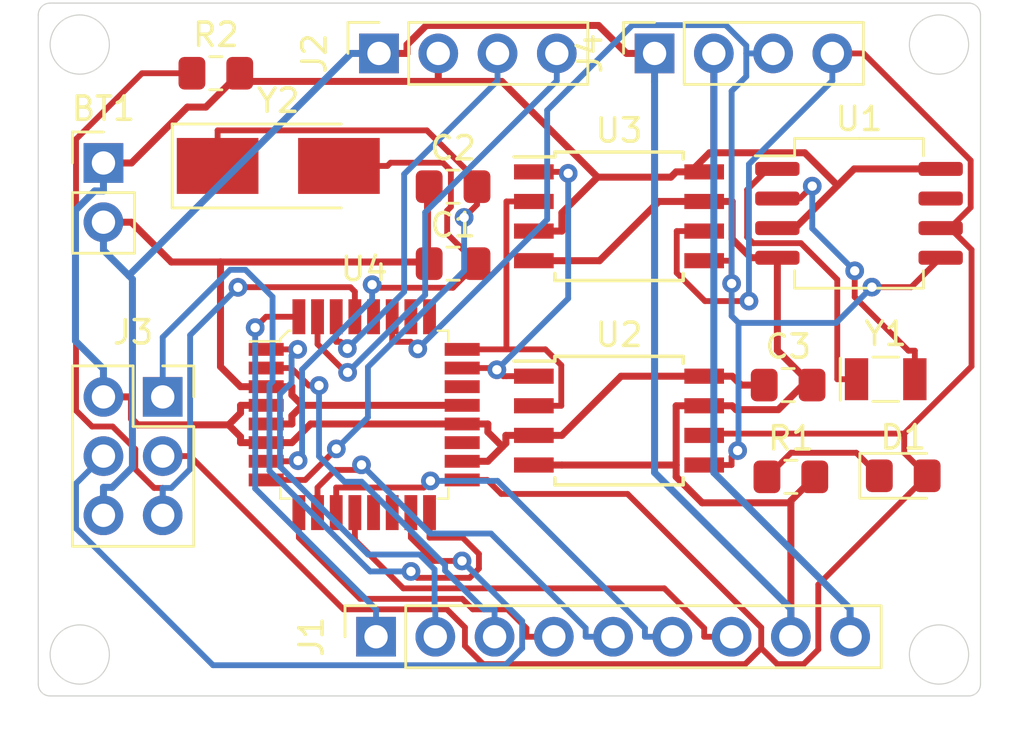
<source format=kicad_pcb>
(kicad_pcb (version 20171130) (host pcbnew "(5.1.6)-1")

  (general
    (thickness 1.6)
    (drawings 12)
    (tracks 392)
    (zones 0)
    (modules 17)
    (nets 32)
  )

  (page A4)
  (title_block
    (title "Arduino Battery Power Clone with Extended EEPORM and Clock")
    (date 2020-07-17)
    (rev 1)
    (company Prince)
    (comment 1 "Design by Emmanuel")
  )

  (layers
    (0 F.Cu signal)
    (1 In1.Cu power)
    (2 In2.Cu power)
    (31 B.Cu mixed)
    (32 B.Adhes user)
    (33 F.Adhes user)
    (34 B.Paste user)
    (35 F.Paste user)
    (36 B.SilkS user)
    (37 F.SilkS user)
    (38 B.Mask user)
    (39 F.Mask user)
    (40 Dwgs.User user)
    (41 Cmts.User user)
    (42 Eco1.User user)
    (43 Eco2.User user)
    (44 Edge.Cuts user)
    (45 Margin user)
    (46 B.CrtYd user)
    (47 F.CrtYd user)
    (48 B.Fab user)
    (49 F.Fab user)
  )

  (setup
    (last_trace_width 0.25)
    (user_trace_width 0.3)
    (trace_clearance 0.2)
    (zone_clearance 0.508)
    (zone_45_only no)
    (trace_min 0.2)
    (via_size 0.8)
    (via_drill 0.4)
    (via_min_size 0.4)
    (via_min_drill 0.3)
    (user_via 1 0.6)
    (uvia_size 0.3)
    (uvia_drill 0.1)
    (uvias_allowed no)
    (uvia_min_size 0.2)
    (uvia_min_drill 0.1)
    (edge_width 0.05)
    (segment_width 0.2)
    (pcb_text_width 0.3)
    (pcb_text_size 1.5 1.5)
    (mod_edge_width 0.12)
    (mod_text_size 1 1)
    (mod_text_width 0.15)
    (pad_size 1.524 1.524)
    (pad_drill 0.762)
    (pad_to_mask_clearance 0.05)
    (aux_axis_origin 0 0)
    (visible_elements 7FFFFFFF)
    (pcbplotparams
      (layerselection 0x010fc_ffffffff)
      (usegerberextensions false)
      (usegerberattributes true)
      (usegerberadvancedattributes true)
      (creategerberjobfile true)
      (excludeedgelayer true)
      (linewidth 0.100000)
      (plotframeref false)
      (viasonmask false)
      (mode 1)
      (useauxorigin false)
      (hpglpennumber 1)
      (hpglpenspeed 20)
      (hpglpendiameter 15.000000)
      (psnegative false)
      (psa4output false)
      (plotreference true)
      (plotvalue true)
      (plotinvisibletext false)
      (padsonsilk false)
      (subtractmaskfromsilk false)
      (outputformat 1)
      (mirror false)
      (drillshape 1)
      (scaleselection 1)
      (outputdirectory ""))
  )

  (net 0 "")
  (net 1 /VCC)
  (net 2 GNDPWR)
  (net 3 "Net-(C1-Pad2)")
  (net 4 "Net-(C2-Pad2)")
  (net 5 "Net-(D1-Pad1)")
  (net 6 /SCK)
  (net 7 /D2)
  (net 8 /D3)
  (net 9 /D4)
  (net 10 /D5)
  (net 11 /D6)
  (net 12 /D7)
  (net 13 /D8)
  (net 14 /TX)
  (net 15 /RX)
  (net 16 /MISO)
  (net 17 /MOSI)
  (net 18 /RESET)
  (net 19 /SDA)
  (net 20 "Net-(U1-Pad1)")
  (net 21 "Net-(U1-Pad2)")
  (net 22 "Net-(U1-Pad7)")
  (net 23 /ADDS2)
  (net 24 /ADDS1)
  (net 25 "Net-(U4-Pad13)")
  (net 26 "Net-(U4-Pad14)")
  (net 27 "Net-(U4-Pad19)")
  (net 28 "Net-(U4-Pad22)")
  (net 29 "Net-(U4-Pad25)")
  (net 30 "Net-(U4-Pad26)")
  (net 31 "Net-(U4-Pad28)")

  (net_class Default "This is the default net class."
    (clearance 0.2)
    (trace_width 0.25)
    (via_dia 0.8)
    (via_drill 0.4)
    (uvia_dia 0.3)
    (uvia_drill 0.1)
    (add_net /ADDS1)
    (add_net /ADDS2)
    (add_net /D2)
    (add_net /D3)
    (add_net /D4)
    (add_net /D5)
    (add_net /D6)
    (add_net /D7)
    (add_net /D8)
    (add_net /MISO)
    (add_net /MOSI)
    (add_net /RESET)
    (add_net /RX)
    (add_net /SCK)
    (add_net /SDA)
    (add_net /TX)
    (add_net "Net-(C1-Pad2)")
    (add_net "Net-(C2-Pad2)")
    (add_net "Net-(D1-Pad1)")
    (add_net "Net-(U1-Pad1)")
    (add_net "Net-(U1-Pad2)")
    (add_net "Net-(U1-Pad7)")
    (add_net "Net-(U4-Pad13)")
    (add_net "Net-(U4-Pad14)")
    (add_net "Net-(U4-Pad19)")
    (add_net "Net-(U4-Pad22)")
    (add_net "Net-(U4-Pad25)")
    (add_net "Net-(U4-Pad26)")
    (add_net "Net-(U4-Pad28)")
  )

  (net_class Power ""
    (clearance 0.2)
    (trace_width 0.3)
    (via_dia 1)
    (via_drill 0.6)
    (uvia_dia 0.3)
    (uvia_drill 0.1)
    (add_net /VCC)
    (add_net GNDPWR)
  )

  (module Connector_PinHeader_2.54mm:PinHeader_1x02_P2.54mm_Vertical (layer F.Cu) (tedit 59FED5CC) (tstamp 5F124B17)
    (at 54.61 95.758)
    (descr "Through hole straight pin header, 1x02, 2.54mm pitch, single row")
    (tags "Through hole pin header THT 1x02 2.54mm single row")
    (path /5F0CDB03)
    (fp_text reference BT1 (at 0 -2.33) (layer F.SilkS)
      (effects (font (size 1 1) (thickness 0.15)))
    )
    (fp_text value "Battery  3V" (at 0 4.87) (layer F.Fab)
      (effects (font (size 1 1) (thickness 0.15)))
    )
    (fp_line (start -0.635 -1.27) (end 1.27 -1.27) (layer F.Fab) (width 0.1))
    (fp_line (start 1.27 -1.27) (end 1.27 3.81) (layer F.Fab) (width 0.1))
    (fp_line (start 1.27 3.81) (end -1.27 3.81) (layer F.Fab) (width 0.1))
    (fp_line (start -1.27 3.81) (end -1.27 -0.635) (layer F.Fab) (width 0.1))
    (fp_line (start -1.27 -0.635) (end -0.635 -1.27) (layer F.Fab) (width 0.1))
    (fp_line (start -1.33 3.87) (end 1.33 3.87) (layer F.SilkS) (width 0.12))
    (fp_line (start -1.33 1.27) (end -1.33 3.87) (layer F.SilkS) (width 0.12))
    (fp_line (start 1.33 1.27) (end 1.33 3.87) (layer F.SilkS) (width 0.12))
    (fp_line (start -1.33 1.27) (end 1.33 1.27) (layer F.SilkS) (width 0.12))
    (fp_line (start -1.33 0) (end -1.33 -1.33) (layer F.SilkS) (width 0.12))
    (fp_line (start -1.33 -1.33) (end 0 -1.33) (layer F.SilkS) (width 0.12))
    (fp_line (start -1.8 -1.8) (end -1.8 4.35) (layer F.CrtYd) (width 0.05))
    (fp_line (start -1.8 4.35) (end 1.8 4.35) (layer F.CrtYd) (width 0.05))
    (fp_line (start 1.8 4.35) (end 1.8 -1.8) (layer F.CrtYd) (width 0.05))
    (fp_line (start 1.8 -1.8) (end -1.8 -1.8) (layer F.CrtYd) (width 0.05))
    (fp_text user %R (at 0 1.27 90) (layer F.Fab)
      (effects (font (size 1 1) (thickness 0.15)))
    )
    (pad 1 thru_hole rect (at 0 0) (size 1.7 1.7) (drill 1) (layers *.Cu *.Mask)
      (net 1 /VCC))
    (pad 2 thru_hole oval (at 0 2.54) (size 1.7 1.7) (drill 1) (layers *.Cu *.Mask)
      (net 2 GNDPWR))
    (model ${KISYS3DMOD}/Connector_PinHeader_2.54mm.3dshapes/PinHeader_1x02_P2.54mm_Vertical.wrl
      (at (xyz 0 0 0))
      (scale (xyz 1 1 1))
      (rotate (xyz 0 0 0))
    )
  )

  (module Capacitor_SMD:C_0805_2012Metric_Pad1.15x1.40mm_HandSolder (layer F.Cu) (tedit 5B36C52B) (tstamp 5F124B28)
    (at 69.596 100.076)
    (descr "Capacitor SMD 0805 (2012 Metric), square (rectangular) end terminal, IPC_7351 nominal with elongated pad for handsoldering. (Body size source: https://docs.google.com/spreadsheets/d/1BsfQQcO9C6DZCsRaXUlFlo91Tg2WpOkGARC1WS5S8t0/edit?usp=sharing), generated with kicad-footprint-generator")
    (tags "capacitor handsolder")
    (path /5F0CEA38)
    (attr smd)
    (fp_text reference C1 (at 0 -1.65) (layer F.SilkS)
      (effects (font (size 1 1) (thickness 0.15)))
    )
    (fp_text value 22pF (at 0 1.65) (layer F.Fab)
      (effects (font (size 1 1) (thickness 0.15)))
    )
    (fp_line (start -1 0.6) (end -1 -0.6) (layer F.Fab) (width 0.1))
    (fp_line (start -1 -0.6) (end 1 -0.6) (layer F.Fab) (width 0.1))
    (fp_line (start 1 -0.6) (end 1 0.6) (layer F.Fab) (width 0.1))
    (fp_line (start 1 0.6) (end -1 0.6) (layer F.Fab) (width 0.1))
    (fp_line (start -0.261252 -0.71) (end 0.261252 -0.71) (layer F.SilkS) (width 0.12))
    (fp_line (start -0.261252 0.71) (end 0.261252 0.71) (layer F.SilkS) (width 0.12))
    (fp_line (start -1.85 0.95) (end -1.85 -0.95) (layer F.CrtYd) (width 0.05))
    (fp_line (start -1.85 -0.95) (end 1.85 -0.95) (layer F.CrtYd) (width 0.05))
    (fp_line (start 1.85 -0.95) (end 1.85 0.95) (layer F.CrtYd) (width 0.05))
    (fp_line (start 1.85 0.95) (end -1.85 0.95) (layer F.CrtYd) (width 0.05))
    (fp_text user %R (at 0 0) (layer F.Fab)
      (effects (font (size 0.5 0.5) (thickness 0.08)))
    )
    (pad 1 smd roundrect (at -1.025 0) (size 1.15 1.4) (layers F.Cu F.Paste F.Mask) (roundrect_rratio 0.217391)
      (net 2 GNDPWR))
    (pad 2 smd roundrect (at 1.025 0) (size 1.15 1.4) (layers F.Cu F.Paste F.Mask) (roundrect_rratio 0.217391)
      (net 3 "Net-(C1-Pad2)"))
    (model ${KISYS3DMOD}/Capacitor_SMD.3dshapes/C_0805_2012Metric.wrl
      (at (xyz 0 0 0))
      (scale (xyz 1 1 1))
      (rotate (xyz 0 0 0))
    )
  )

  (module Capacitor_SMD:C_0805_2012Metric_Pad1.15x1.40mm_HandSolder (layer F.Cu) (tedit 5B36C52B) (tstamp 5F13CA71)
    (at 69.596 96.774)
    (descr "Capacitor SMD 0805 (2012 Metric), square (rectangular) end terminal, IPC_7351 nominal with elongated pad for handsoldering. (Body size source: https://docs.google.com/spreadsheets/d/1BsfQQcO9C6DZCsRaXUlFlo91Tg2WpOkGARC1WS5S8t0/edit?usp=sharing), generated with kicad-footprint-generator")
    (tags "capacitor handsolder")
    (path /5F0CF2D4)
    (attr smd)
    (fp_text reference C2 (at 0 -1.65) (layer F.SilkS)
      (effects (font (size 1 1) (thickness 0.15)))
    )
    (fp_text value 22pF (at 0 1.65) (layer F.Fab)
      (effects (font (size 1 1) (thickness 0.15)))
    )
    (fp_line (start 1.85 0.95) (end -1.85 0.95) (layer F.CrtYd) (width 0.05))
    (fp_line (start 1.85 -0.95) (end 1.85 0.95) (layer F.CrtYd) (width 0.05))
    (fp_line (start -1.85 -0.95) (end 1.85 -0.95) (layer F.CrtYd) (width 0.05))
    (fp_line (start -1.85 0.95) (end -1.85 -0.95) (layer F.CrtYd) (width 0.05))
    (fp_line (start -0.261252 0.71) (end 0.261252 0.71) (layer F.SilkS) (width 0.12))
    (fp_line (start -0.261252 -0.71) (end 0.261252 -0.71) (layer F.SilkS) (width 0.12))
    (fp_line (start 1 0.6) (end -1 0.6) (layer F.Fab) (width 0.1))
    (fp_line (start 1 -0.6) (end 1 0.6) (layer F.Fab) (width 0.1))
    (fp_line (start -1 -0.6) (end 1 -0.6) (layer F.Fab) (width 0.1))
    (fp_line (start -1 0.6) (end -1 -0.6) (layer F.Fab) (width 0.1))
    (fp_text user %R (at 0 0) (layer F.Fab)
      (effects (font (size 0.5 0.5) (thickness 0.08)))
    )
    (pad 2 smd roundrect (at 1.025 0) (size 1.15 1.4) (layers F.Cu F.Paste F.Mask) (roundrect_rratio 0.217391)
      (net 4 "Net-(C2-Pad2)"))
    (pad 1 smd roundrect (at -1.025 0) (size 1.15 1.4) (layers F.Cu F.Paste F.Mask) (roundrect_rratio 0.217391)
      (net 2 GNDPWR))
    (model ${KISYS3DMOD}/Capacitor_SMD.3dshapes/C_0805_2012Metric.wrl
      (at (xyz 0 0 0))
      (scale (xyz 1 1 1))
      (rotate (xyz 0 0 0))
    )
  )

  (module Capacitor_SMD:C_0805_2012Metric_Pad1.15x1.40mm_HandSolder (layer F.Cu) (tedit 5B36C52B) (tstamp 5F124B4A)
    (at 83.956 105.283)
    (descr "Capacitor SMD 0805 (2012 Metric), square (rectangular) end terminal, IPC_7351 nominal with elongated pad for handsoldering. (Body size source: https://docs.google.com/spreadsheets/d/1BsfQQcO9C6DZCsRaXUlFlo91Tg2WpOkGARC1WS5S8t0/edit?usp=sharing), generated with kicad-footprint-generator")
    (tags "capacitor handsolder")
    (path /5F0CF8DC)
    (attr smd)
    (fp_text reference C3 (at 0 -1.65) (layer F.SilkS)
      (effects (font (size 1 1) (thickness 0.15)))
    )
    (fp_text value 10uF (at 0 1.65) (layer F.Fab)
      (effects (font (size 1 1) (thickness 0.15)))
    )
    (fp_line (start -1 0.6) (end -1 -0.6) (layer F.Fab) (width 0.1))
    (fp_line (start -1 -0.6) (end 1 -0.6) (layer F.Fab) (width 0.1))
    (fp_line (start 1 -0.6) (end 1 0.6) (layer F.Fab) (width 0.1))
    (fp_line (start 1 0.6) (end -1 0.6) (layer F.Fab) (width 0.1))
    (fp_line (start -0.261252 -0.71) (end 0.261252 -0.71) (layer F.SilkS) (width 0.12))
    (fp_line (start -0.261252 0.71) (end 0.261252 0.71) (layer F.SilkS) (width 0.12))
    (fp_line (start -1.85 0.95) (end -1.85 -0.95) (layer F.CrtYd) (width 0.05))
    (fp_line (start -1.85 -0.95) (end 1.85 -0.95) (layer F.CrtYd) (width 0.05))
    (fp_line (start 1.85 -0.95) (end 1.85 0.95) (layer F.CrtYd) (width 0.05))
    (fp_line (start 1.85 0.95) (end -1.85 0.95) (layer F.CrtYd) (width 0.05))
    (fp_text user %R (at 0 0) (layer F.Fab)
      (effects (font (size 0.5 0.5) (thickness 0.08)))
    )
    (pad 1 smd roundrect (at -1.025 0) (size 1.15 1.4) (layers F.Cu F.Paste F.Mask) (roundrect_rratio 0.217391)
      (net 1 /VCC))
    (pad 2 smd roundrect (at 1.025 0) (size 1.15 1.4) (layers F.Cu F.Paste F.Mask) (roundrect_rratio 0.217391)
      (net 2 GNDPWR))
    (model ${KISYS3DMOD}/Capacitor_SMD.3dshapes/C_0805_2012Metric.wrl
      (at (xyz 0 0 0))
      (scale (xyz 1 1 1))
      (rotate (xyz 0 0 0))
    )
  )

  (module LED_SMD:LED_0805_2012Metric_Pad1.15x1.40mm_HandSolder (layer F.Cu) (tedit 5B4B45C9) (tstamp 5F124B5D)
    (at 88.891 109.175)
    (descr "LED SMD 0805 (2012 Metric), square (rectangular) end terminal, IPC_7351 nominal, (Body size source: https://docs.google.com/spreadsheets/d/1BsfQQcO9C6DZCsRaXUlFlo91Tg2WpOkGARC1WS5S8t0/edit?usp=sharing), generated with kicad-footprint-generator")
    (tags "LED handsolder")
    (path /5F0CFE76)
    (attr smd)
    (fp_text reference D1 (at 0 -1.65) (layer F.SilkS)
      (effects (font (size 1 1) (thickness 0.15)))
    )
    (fp_text value LED (at 0 1.65) (layer F.Fab)
      (effects (font (size 1 1) (thickness 0.15)))
    )
    (fp_line (start 1 -0.6) (end -0.7 -0.6) (layer F.Fab) (width 0.1))
    (fp_line (start -0.7 -0.6) (end -1 -0.3) (layer F.Fab) (width 0.1))
    (fp_line (start -1 -0.3) (end -1 0.6) (layer F.Fab) (width 0.1))
    (fp_line (start -1 0.6) (end 1 0.6) (layer F.Fab) (width 0.1))
    (fp_line (start 1 0.6) (end 1 -0.6) (layer F.Fab) (width 0.1))
    (fp_line (start 1 -0.96) (end -1.86 -0.96) (layer F.SilkS) (width 0.12))
    (fp_line (start -1.86 -0.96) (end -1.86 0.96) (layer F.SilkS) (width 0.12))
    (fp_line (start -1.86 0.96) (end 1 0.96) (layer F.SilkS) (width 0.12))
    (fp_line (start -1.85 0.95) (end -1.85 -0.95) (layer F.CrtYd) (width 0.05))
    (fp_line (start -1.85 -0.95) (end 1.85 -0.95) (layer F.CrtYd) (width 0.05))
    (fp_line (start 1.85 -0.95) (end 1.85 0.95) (layer F.CrtYd) (width 0.05))
    (fp_line (start 1.85 0.95) (end -1.85 0.95) (layer F.CrtYd) (width 0.05))
    (fp_text user %R (at 0 0) (layer F.Fab)
      (effects (font (size 0.5 0.5) (thickness 0.08)))
    )
    (pad 1 smd roundrect (at -1.025 0) (size 1.15 1.4) (layers F.Cu F.Paste F.Mask) (roundrect_rratio 0.217391)
      (net 5 "Net-(D1-Pad1)"))
    (pad 2 smd roundrect (at 1.025 0) (size 1.15 1.4) (layers F.Cu F.Paste F.Mask) (roundrect_rratio 0.217391)
      (net 6 /SCK))
    (model ${KISYS3DMOD}/LED_SMD.3dshapes/LED_0805_2012Metric.wrl
      (at (xyz 0 0 0))
      (scale (xyz 1 1 1))
      (rotate (xyz 0 0 0))
    )
  )

  (module Connector_PinSocket_2.54mm:PinSocket_1x09_P2.54mm_Vertical (layer F.Cu) (tedit 5A19A431) (tstamp 5F124B7A)
    (at 66.294 116.078 90)
    (descr "Through hole straight socket strip, 1x09, 2.54mm pitch, single row (from Kicad 4.0.7), script generated")
    (tags "Through hole socket strip THT 1x09 2.54mm single row")
    (path /5F0D3531/5F0D3D13)
    (fp_text reference J1 (at 0 -2.77 90) (layer F.SilkS)
      (effects (font (size 1 1) (thickness 0.15)))
    )
    (fp_text value "Digital pins" (at 0 23.09 90) (layer F.Fab)
      (effects (font (size 1 1) (thickness 0.15)))
    )
    (fp_line (start -1.27 -1.27) (end 0.635 -1.27) (layer F.Fab) (width 0.1))
    (fp_line (start 0.635 -1.27) (end 1.27 -0.635) (layer F.Fab) (width 0.1))
    (fp_line (start 1.27 -0.635) (end 1.27 21.59) (layer F.Fab) (width 0.1))
    (fp_line (start 1.27 21.59) (end -1.27 21.59) (layer F.Fab) (width 0.1))
    (fp_line (start -1.27 21.59) (end -1.27 -1.27) (layer F.Fab) (width 0.1))
    (fp_line (start -1.33 1.27) (end 1.33 1.27) (layer F.SilkS) (width 0.12))
    (fp_line (start -1.33 1.27) (end -1.33 21.65) (layer F.SilkS) (width 0.12))
    (fp_line (start -1.33 21.65) (end 1.33 21.65) (layer F.SilkS) (width 0.12))
    (fp_line (start 1.33 1.27) (end 1.33 21.65) (layer F.SilkS) (width 0.12))
    (fp_line (start 1.33 -1.33) (end 1.33 0) (layer F.SilkS) (width 0.12))
    (fp_line (start 0 -1.33) (end 1.33 -1.33) (layer F.SilkS) (width 0.12))
    (fp_line (start -1.8 -1.8) (end 1.75 -1.8) (layer F.CrtYd) (width 0.05))
    (fp_line (start 1.75 -1.8) (end 1.75 22.1) (layer F.CrtYd) (width 0.05))
    (fp_line (start 1.75 22.1) (end -1.8 22.1) (layer F.CrtYd) (width 0.05))
    (fp_line (start -1.8 22.1) (end -1.8 -1.8) (layer F.CrtYd) (width 0.05))
    (fp_text user %R (at 0 10.16) (layer F.Fab)
      (effects (font (size 1 1) (thickness 0.15)))
    )
    (pad 1 thru_hole rect (at 0 0 90) (size 1.7 1.7) (drill 1) (layers *.Cu *.Mask)
      (net 7 /D2))
    (pad 2 thru_hole oval (at 0 2.54 90) (size 1.7 1.7) (drill 1) (layers *.Cu *.Mask)
      (net 8 /D3))
    (pad 3 thru_hole oval (at 0 5.08 90) (size 1.7 1.7) (drill 1) (layers *.Cu *.Mask)
      (net 9 /D4))
    (pad 4 thru_hole oval (at 0 7.62 90) (size 1.7 1.7) (drill 1) (layers *.Cu *.Mask)
      (net 10 /D5))
    (pad 5 thru_hole oval (at 0 10.16 90) (size 1.7 1.7) (drill 1) (layers *.Cu *.Mask)
      (net 11 /D6))
    (pad 6 thru_hole oval (at 0 12.7 90) (size 1.7 1.7) (drill 1) (layers *.Cu *.Mask)
      (net 12 /D7))
    (pad 7 thru_hole oval (at 0 15.24 90) (size 1.7 1.7) (drill 1) (layers *.Cu *.Mask)
      (net 13 /D8))
    (pad 8 thru_hole oval (at 0 17.78 90) (size 1.7 1.7) (drill 1) (layers *.Cu *.Mask)
      (net 2 GNDPWR))
    (pad 9 thru_hole oval (at 0 20.32 90) (size 1.7 1.7) (drill 1) (layers *.Cu *.Mask)
      (net 1 /VCC))
    (model ${KISYS3DMOD}/Connector_PinSocket_2.54mm.3dshapes/PinSocket_1x09_P2.54mm_Vertical.wrl
      (at (xyz 0 0 0))
      (scale (xyz 1 1 1))
      (rotate (xyz 0 0 0))
    )
  )

  (module Connector_PinSocket_2.54mm:PinSocket_1x04_P2.54mm_Vertical (layer F.Cu) (tedit 5A19A429) (tstamp 5F13B965)
    (at 66.421 91.059 90)
    (descr "Through hole straight socket strip, 1x04, 2.54mm pitch, single row (from Kicad 4.0.7), script generated")
    (tags "Through hole socket strip THT 1x04 2.54mm single row")
    (path /5F0D3531/5F0D4D1E)
    (fp_text reference J2 (at 0 -2.77 90) (layer F.SilkS)
      (effects (font (size 1 1) (thickness 0.15)))
    )
    (fp_text value Serial (at 0 10.39 90) (layer F.Fab)
      (effects (font (size 1 1) (thickness 0.15)))
    )
    (fp_line (start -1.8 9.4) (end -1.8 -1.8) (layer F.CrtYd) (width 0.05))
    (fp_line (start 1.75 9.4) (end -1.8 9.4) (layer F.CrtYd) (width 0.05))
    (fp_line (start 1.75 -1.8) (end 1.75 9.4) (layer F.CrtYd) (width 0.05))
    (fp_line (start -1.8 -1.8) (end 1.75 -1.8) (layer F.CrtYd) (width 0.05))
    (fp_line (start 0 -1.33) (end 1.33 -1.33) (layer F.SilkS) (width 0.12))
    (fp_line (start 1.33 -1.33) (end 1.33 0) (layer F.SilkS) (width 0.12))
    (fp_line (start 1.33 1.27) (end 1.33 8.95) (layer F.SilkS) (width 0.12))
    (fp_line (start -1.33 8.95) (end 1.33 8.95) (layer F.SilkS) (width 0.12))
    (fp_line (start -1.33 1.27) (end -1.33 8.95) (layer F.SilkS) (width 0.12))
    (fp_line (start -1.33 1.27) (end 1.33 1.27) (layer F.SilkS) (width 0.12))
    (fp_line (start -1.27 8.89) (end -1.27 -1.27) (layer F.Fab) (width 0.1))
    (fp_line (start 1.27 8.89) (end -1.27 8.89) (layer F.Fab) (width 0.1))
    (fp_line (start 1.27 -0.635) (end 1.27 8.89) (layer F.Fab) (width 0.1))
    (fp_line (start 0.635 -1.27) (end 1.27 -0.635) (layer F.Fab) (width 0.1))
    (fp_line (start -1.27 -1.27) (end 0.635 -1.27) (layer F.Fab) (width 0.1))
    (fp_text user %R (at 0 3.81) (layer F.Fab)
      (effects (font (size 1 1) (thickness 0.15)))
    )
    (pad 4 thru_hole oval (at 0 7.62 90) (size 1.7 1.7) (drill 1) (layers *.Cu *.Mask)
      (net 14 /TX))
    (pad 3 thru_hole oval (at 0 5.08 90) (size 1.7 1.7) (drill 1) (layers *.Cu *.Mask)
      (net 15 /RX))
    (pad 2 thru_hole oval (at 0 2.54 90) (size 1.7 1.7) (drill 1) (layers *.Cu *.Mask)
      (net 1 /VCC))
    (pad 1 thru_hole rect (at 0 0 90) (size 1.7 1.7) (drill 1) (layers *.Cu *.Mask)
      (net 2 GNDPWR))
    (model ${KISYS3DMOD}/Connector_PinSocket_2.54mm.3dshapes/PinSocket_1x04_P2.54mm_Vertical.wrl
      (at (xyz 0 0 0))
      (scale (xyz 1 1 1))
      (rotate (xyz 0 0 0))
    )
  )

  (module Connector_PinSocket_2.54mm:PinSocket_2x03_P2.54mm_Vertical (layer F.Cu) (tedit 5A19A425) (tstamp 5F12507B)
    (at 57.15 105.791)
    (descr "Through hole straight socket strip, 2x03, 2.54mm pitch, double cols (from Kicad 4.0.7), script generated")
    (tags "Through hole socket strip THT 2x03 2.54mm double row")
    (path /5F0D3531/5F0D5455)
    (fp_text reference J3 (at -1.27 -2.77) (layer F.SilkS)
      (effects (font (size 1 1) (thickness 0.15)))
    )
    (fp_text value ICSP (at -1.27 7.85) (layer F.Fab)
      (effects (font (size 1 1) (thickness 0.15)))
    )
    (fp_line (start -3.81 -1.27) (end 0.27 -1.27) (layer F.Fab) (width 0.1))
    (fp_line (start 0.27 -1.27) (end 1.27 -0.27) (layer F.Fab) (width 0.1))
    (fp_line (start 1.27 -0.27) (end 1.27 6.35) (layer F.Fab) (width 0.1))
    (fp_line (start 1.27 6.35) (end -3.81 6.35) (layer F.Fab) (width 0.1))
    (fp_line (start -3.81 6.35) (end -3.81 -1.27) (layer F.Fab) (width 0.1))
    (fp_line (start -3.87 -1.33) (end -1.27 -1.33) (layer F.SilkS) (width 0.12))
    (fp_line (start -3.87 -1.33) (end -3.87 6.41) (layer F.SilkS) (width 0.12))
    (fp_line (start -3.87 6.41) (end 1.33 6.41) (layer F.SilkS) (width 0.12))
    (fp_line (start 1.33 1.27) (end 1.33 6.41) (layer F.SilkS) (width 0.12))
    (fp_line (start -1.27 1.27) (end 1.33 1.27) (layer F.SilkS) (width 0.12))
    (fp_line (start -1.27 -1.33) (end -1.27 1.27) (layer F.SilkS) (width 0.12))
    (fp_line (start 1.33 -1.33) (end 1.33 0) (layer F.SilkS) (width 0.12))
    (fp_line (start 0 -1.33) (end 1.33 -1.33) (layer F.SilkS) (width 0.12))
    (fp_line (start -4.34 -1.8) (end 1.76 -1.8) (layer F.CrtYd) (width 0.05))
    (fp_line (start 1.76 -1.8) (end 1.76 6.85) (layer F.CrtYd) (width 0.05))
    (fp_line (start 1.76 6.85) (end -4.34 6.85) (layer F.CrtYd) (width 0.05))
    (fp_line (start -4.34 6.85) (end -4.34 -1.8) (layer F.CrtYd) (width 0.05))
    (fp_text user %R (at -1.27 2.54 90) (layer F.Fab)
      (effects (font (size 1 1) (thickness 0.15)))
    )
    (pad 1 thru_hole rect (at 0 0) (size 1.7 1.7) (drill 1) (layers *.Cu *.Mask)
      (net 16 /MISO))
    (pad 2 thru_hole oval (at -2.54 0) (size 1.7 1.7) (drill 1) (layers *.Cu *.Mask)
      (net 1 /VCC))
    (pad 3 thru_hole oval (at 0 2.54) (size 1.7 1.7) (drill 1) (layers *.Cu *.Mask)
      (net 6 /SCK))
    (pad 4 thru_hole oval (at -2.54 2.54) (size 1.7 1.7) (drill 1) (layers *.Cu *.Mask)
      (net 17 /MOSI))
    (pad 5 thru_hole oval (at 0 5.08) (size 1.7 1.7) (drill 1) (layers *.Cu *.Mask)
      (net 18 /RESET))
    (pad 6 thru_hole oval (at -2.54 5.08) (size 1.7 1.7) (drill 1) (layers *.Cu *.Mask)
      (net 2 GNDPWR))
    (model ${KISYS3DMOD}/Connector_PinSocket_2.54mm.3dshapes/PinSocket_2x03_P2.54mm_Vertical.wrl
      (at (xyz 0 0 0))
      (scale (xyz 1 1 1))
      (rotate (xyz 0 0 0))
    )
  )

  (module Connector_PinSocket_2.54mm:PinSocket_1x04_P2.54mm_Vertical (layer F.Cu) (tedit 5A19A429) (tstamp 5F13BD45)
    (at 78.232 91.059 90)
    (descr "Through hole straight socket strip, 1x04, 2.54mm pitch, single row (from Kicad 4.0.7), script generated")
    (tags "Through hole socket strip THT 1x04 2.54mm single row")
    (path /5F0D3531/5F0D5F3F)
    (fp_text reference J4 (at 0 -2.77 90) (layer F.SilkS)
      (effects (font (size 1 1) (thickness 0.15)))
    )
    (fp_text value I2C (at 0 10.39 90) (layer F.Fab)
      (effects (font (size 1 1) (thickness 0.15)))
    )
    (fp_line (start -1.27 -1.27) (end 0.635 -1.27) (layer F.Fab) (width 0.1))
    (fp_line (start 0.635 -1.27) (end 1.27 -0.635) (layer F.Fab) (width 0.1))
    (fp_line (start 1.27 -0.635) (end 1.27 8.89) (layer F.Fab) (width 0.1))
    (fp_line (start 1.27 8.89) (end -1.27 8.89) (layer F.Fab) (width 0.1))
    (fp_line (start -1.27 8.89) (end -1.27 -1.27) (layer F.Fab) (width 0.1))
    (fp_line (start -1.33 1.27) (end 1.33 1.27) (layer F.SilkS) (width 0.12))
    (fp_line (start -1.33 1.27) (end -1.33 8.95) (layer F.SilkS) (width 0.12))
    (fp_line (start -1.33 8.95) (end 1.33 8.95) (layer F.SilkS) (width 0.12))
    (fp_line (start 1.33 1.27) (end 1.33 8.95) (layer F.SilkS) (width 0.12))
    (fp_line (start 1.33 -1.33) (end 1.33 0) (layer F.SilkS) (width 0.12))
    (fp_line (start 0 -1.33) (end 1.33 -1.33) (layer F.SilkS) (width 0.12))
    (fp_line (start -1.8 -1.8) (end 1.75 -1.8) (layer F.CrtYd) (width 0.05))
    (fp_line (start 1.75 -1.8) (end 1.75 9.4) (layer F.CrtYd) (width 0.05))
    (fp_line (start 1.75 9.4) (end -1.8 9.4) (layer F.CrtYd) (width 0.05))
    (fp_line (start -1.8 9.4) (end -1.8 -1.8) (layer F.CrtYd) (width 0.05))
    (fp_text user %R (at 0 3.81) (layer F.Fab)
      (effects (font (size 1 1) (thickness 0.15)))
    )
    (pad 1 thru_hole rect (at 0 0 90) (size 1.7 1.7) (drill 1) (layers *.Cu *.Mask)
      (net 2 GNDPWR))
    (pad 2 thru_hole oval (at 0 2.54 90) (size 1.7 1.7) (drill 1) (layers *.Cu *.Mask)
      (net 1 /VCC))
    (pad 3 thru_hole oval (at 0 5.08 90) (size 1.7 1.7) (drill 1) (layers *.Cu *.Mask)
      (net 19 /SDA))
    (pad 4 thru_hole oval (at 0 7.62 90) (size 1.7 1.7) (drill 1) (layers *.Cu *.Mask)
      (net 6 /SCK))
    (model ${KISYS3DMOD}/Connector_PinSocket_2.54mm.3dshapes/PinSocket_1x04_P2.54mm_Vertical.wrl
      (at (xyz 0 0 0))
      (scale (xyz 1 1 1))
      (rotate (xyz 0 0 0))
    )
  )

  (module Resistor_SMD:R_0805_2012Metric_Pad1.15x1.40mm_HandSolder (layer F.Cu) (tedit 5B36C52B) (tstamp 5F13C1A2)
    (at 84.074 109.22)
    (descr "Resistor SMD 0805 (2012 Metric), square (rectangular) end terminal, IPC_7351 nominal with elongated pad for handsoldering. (Body size source: https://docs.google.com/spreadsheets/d/1BsfQQcO9C6DZCsRaXUlFlo91Tg2WpOkGARC1WS5S8t0/edit?usp=sharing), generated with kicad-footprint-generator")
    (tags "resistor handsolder")
    (path /5F0D09EF)
    (attr smd)
    (fp_text reference R1 (at 0 -1.65) (layer F.SilkS)
      (effects (font (size 1 1) (thickness 0.15)))
    )
    (fp_text value 330Ohm (at 0 1.65) (layer F.Fab)
      (effects (font (size 1 1) (thickness 0.15)))
    )
    (fp_line (start -1 0.6) (end -1 -0.6) (layer F.Fab) (width 0.1))
    (fp_line (start -1 -0.6) (end 1 -0.6) (layer F.Fab) (width 0.1))
    (fp_line (start 1 -0.6) (end 1 0.6) (layer F.Fab) (width 0.1))
    (fp_line (start 1 0.6) (end -1 0.6) (layer F.Fab) (width 0.1))
    (fp_line (start -0.261252 -0.71) (end 0.261252 -0.71) (layer F.SilkS) (width 0.12))
    (fp_line (start -0.261252 0.71) (end 0.261252 0.71) (layer F.SilkS) (width 0.12))
    (fp_line (start -1.85 0.95) (end -1.85 -0.95) (layer F.CrtYd) (width 0.05))
    (fp_line (start -1.85 -0.95) (end 1.85 -0.95) (layer F.CrtYd) (width 0.05))
    (fp_line (start 1.85 -0.95) (end 1.85 0.95) (layer F.CrtYd) (width 0.05))
    (fp_line (start 1.85 0.95) (end -1.85 0.95) (layer F.CrtYd) (width 0.05))
    (fp_text user %R (at 0 0) (layer F.Fab)
      (effects (font (size 0.5 0.5) (thickness 0.08)))
    )
    (pad 1 smd roundrect (at -1.025 0) (size 1.15 1.4) (layers F.Cu F.Paste F.Mask) (roundrect_rratio 0.217391)
      (net 5 "Net-(D1-Pad1)"))
    (pad 2 smd roundrect (at 1.025 0) (size 1.15 1.4) (layers F.Cu F.Paste F.Mask) (roundrect_rratio 0.217391)
      (net 2 GNDPWR))
    (model ${KISYS3DMOD}/Resistor_SMD.3dshapes/R_0805_2012Metric.wrl
      (at (xyz 0 0 0))
      (scale (xyz 1 1 1))
      (rotate (xyz 0 0 0))
    )
  )

  (module Resistor_SMD:R_0805_2012Metric_Pad1.15x1.40mm_HandSolder (layer F.Cu) (tedit 5B36C52B) (tstamp 5F124BE8)
    (at 59.427 91.909)
    (descr "Resistor SMD 0805 (2012 Metric), square (rectangular) end terminal, IPC_7351 nominal with elongated pad for handsoldering. (Body size source: https://docs.google.com/spreadsheets/d/1BsfQQcO9C6DZCsRaXUlFlo91Tg2WpOkGARC1WS5S8t0/edit?usp=sharing), generated with kicad-footprint-generator")
    (tags "resistor handsolder")
    (path /5F0D11B8)
    (attr smd)
    (fp_text reference R2 (at 0 -1.65) (layer F.SilkS)
      (effects (font (size 1 1) (thickness 0.15)))
    )
    (fp_text value 10kOhm (at 0 1.65) (layer F.Fab)
      (effects (font (size 1 1) (thickness 0.15)))
    )
    (fp_line (start 1.85 0.95) (end -1.85 0.95) (layer F.CrtYd) (width 0.05))
    (fp_line (start 1.85 -0.95) (end 1.85 0.95) (layer F.CrtYd) (width 0.05))
    (fp_line (start -1.85 -0.95) (end 1.85 -0.95) (layer F.CrtYd) (width 0.05))
    (fp_line (start -1.85 0.95) (end -1.85 -0.95) (layer F.CrtYd) (width 0.05))
    (fp_line (start -0.261252 0.71) (end 0.261252 0.71) (layer F.SilkS) (width 0.12))
    (fp_line (start -0.261252 -0.71) (end 0.261252 -0.71) (layer F.SilkS) (width 0.12))
    (fp_line (start 1 0.6) (end -1 0.6) (layer F.Fab) (width 0.1))
    (fp_line (start 1 -0.6) (end 1 0.6) (layer F.Fab) (width 0.1))
    (fp_line (start -1 -0.6) (end 1 -0.6) (layer F.Fab) (width 0.1))
    (fp_line (start -1 0.6) (end -1 -0.6) (layer F.Fab) (width 0.1))
    (fp_text user %R (at 0 0) (layer F.Fab)
      (effects (font (size 0.5 0.5) (thickness 0.08)))
    )
    (pad 2 smd roundrect (at 1.025 0) (size 1.15 1.4) (layers F.Cu F.Paste F.Mask) (roundrect_rratio 0.217391)
      (net 1 /VCC))
    (pad 1 smd roundrect (at -1.025 0) (size 1.15 1.4) (layers F.Cu F.Paste F.Mask) (roundrect_rratio 0.217391)
      (net 18 /RESET))
    (model ${KISYS3DMOD}/Resistor_SMD.3dshapes/R_0805_2012Metric.wrl
      (at (xyz 0 0 0))
      (scale (xyz 1 1 1))
      (rotate (xyz 0 0 0))
    )
  )

  (module Package_SO:SO-8_5.3x6.2mm_P1.27mm (layer F.Cu) (tedit 5EA5315B) (tstamp 5F124C07)
    (at 86.995 97.917)
    (descr "SO, 8 Pin (https://www.ti.com/lit/ml/msop001a/msop001a.pdf), generated with kicad-footprint-generator ipc_gullwing_generator.py")
    (tags "SO SO")
    (path /5F0DBCFF)
    (attr smd)
    (fp_text reference U1 (at 0 -4.05) (layer F.SilkS)
      (effects (font (size 1 1) (thickness 0.15)))
    )
    (fp_text value DS1337S (at 0 4.05) (layer F.Fab)
      (effects (font (size 1 1) (thickness 0.15)))
    )
    (fp_line (start 0 3.21) (end 2.76 3.21) (layer F.SilkS) (width 0.12))
    (fp_line (start 2.76 3.21) (end 2.76 2.465) (layer F.SilkS) (width 0.12))
    (fp_line (start 0 3.21) (end -2.76 3.21) (layer F.SilkS) (width 0.12))
    (fp_line (start -2.76 3.21) (end -2.76 2.465) (layer F.SilkS) (width 0.12))
    (fp_line (start 0 -3.21) (end 2.76 -3.21) (layer F.SilkS) (width 0.12))
    (fp_line (start 2.76 -3.21) (end 2.76 -2.465) (layer F.SilkS) (width 0.12))
    (fp_line (start 0 -3.21) (end -2.76 -3.21) (layer F.SilkS) (width 0.12))
    (fp_line (start -2.76 -3.21) (end -2.76 -2.465) (layer F.SilkS) (width 0.12))
    (fp_line (start -2.76 -2.465) (end -4.45 -2.465) (layer F.SilkS) (width 0.12))
    (fp_line (start -1.65 -3.1) (end 2.65 -3.1) (layer F.Fab) (width 0.1))
    (fp_line (start 2.65 -3.1) (end 2.65 3.1) (layer F.Fab) (width 0.1))
    (fp_line (start 2.65 3.1) (end -2.65 3.1) (layer F.Fab) (width 0.1))
    (fp_line (start -2.65 3.1) (end -2.65 -2.1) (layer F.Fab) (width 0.1))
    (fp_line (start -2.65 -2.1) (end -1.65 -3.1) (layer F.Fab) (width 0.1))
    (fp_line (start -4.7 -3.35) (end -4.7 3.35) (layer F.CrtYd) (width 0.05))
    (fp_line (start -4.7 3.35) (end 4.7 3.35) (layer F.CrtYd) (width 0.05))
    (fp_line (start 4.7 3.35) (end 4.7 -3.35) (layer F.CrtYd) (width 0.05))
    (fp_line (start 4.7 -3.35) (end -4.7 -3.35) (layer F.CrtYd) (width 0.05))
    (fp_text user %R (at 0 0) (layer F.Fab)
      (effects (font (size 1 1) (thickness 0.15)))
    )
    (pad 1 smd roundrect (at -3.5 -1.905) (size 1.9 0.6) (layers F.Cu F.Paste F.Mask) (roundrect_rratio 0.25)
      (net 20 "Net-(U1-Pad1)"))
    (pad 2 smd roundrect (at -3.5 -0.635) (size 1.9 0.6) (layers F.Cu F.Paste F.Mask) (roundrect_rratio 0.25)
      (net 21 "Net-(U1-Pad2)"))
    (pad 3 smd roundrect (at -3.5 0.635) (size 1.9 0.6) (layers F.Cu F.Paste F.Mask) (roundrect_rratio 0.25)
      (net 1 /VCC))
    (pad 4 smd roundrect (at -3.5 1.905) (size 1.9 0.6) (layers F.Cu F.Paste F.Mask) (roundrect_rratio 0.25)
      (net 2 GNDPWR))
    (pad 5 smd roundrect (at 3.5 1.905) (size 1.9 0.6) (layers F.Cu F.Paste F.Mask) (roundrect_rratio 0.25)
      (net 19 /SDA))
    (pad 6 smd roundrect (at 3.5 0.635) (size 1.9 0.6) (layers F.Cu F.Paste F.Mask) (roundrect_rratio 0.25)
      (net 6 /SCK))
    (pad 7 smd roundrect (at 3.5 -0.635) (size 1.9 0.6) (layers F.Cu F.Paste F.Mask) (roundrect_rratio 0.25)
      (net 22 "Net-(U1-Pad7)"))
    (pad 8 smd roundrect (at 3.5 -1.905) (size 1.9 0.6) (layers F.Cu F.Paste F.Mask) (roundrect_rratio 0.25)
      (net 1 /VCC))
    (model ${KISYS3DMOD}/Package_SO.3dshapes/SO-8_5.3x6.2mm_P1.27mm.wrl
      (at (xyz 0 0 0))
      (scale (xyz 1 1 1))
      (rotate (xyz 0 0 0))
    )
  )

  (module Package_SO:SOIJ-8_5.3x5.3mm_P1.27mm (layer F.Cu) (tedit 5A02F2D3) (tstamp 5F13BB7A)
    (at 76.708 106.807)
    (descr "8-Lead Plastic Small Outline (SM) - Medium, 5.28 mm Body [SOIC] (see Microchip Packaging Specification 00000049BS.pdf)")
    (tags "SOIC 1.27")
    (path /5F0EDBCB)
    (attr smd)
    (fp_text reference U2 (at 0 -3.68) (layer F.SilkS)
      (effects (font (size 1 1) (thickness 0.15)))
    )
    (fp_text value 24LC1025 (at 0 3.68) (layer F.Fab)
      (effects (font (size 1 1) (thickness 0.15)))
    )
    (fp_line (start -2.75 -2.55) (end -4.5 -2.55) (layer F.SilkS) (width 0.15))
    (fp_line (start -2.75 2.755) (end 2.75 2.755) (layer F.SilkS) (width 0.15))
    (fp_line (start -2.75 -2.755) (end 2.75 -2.755) (layer F.SilkS) (width 0.15))
    (fp_line (start -2.75 2.755) (end -2.75 2.455) (layer F.SilkS) (width 0.15))
    (fp_line (start 2.75 2.755) (end 2.75 2.455) (layer F.SilkS) (width 0.15))
    (fp_line (start 2.75 -2.755) (end 2.75 -2.455) (layer F.SilkS) (width 0.15))
    (fp_line (start -2.75 -2.755) (end -2.75 -2.55) (layer F.SilkS) (width 0.15))
    (fp_line (start -4.75 2.95) (end 4.75 2.95) (layer F.CrtYd) (width 0.05))
    (fp_line (start -4.75 -2.95) (end 4.75 -2.95) (layer F.CrtYd) (width 0.05))
    (fp_line (start 4.75 -2.95) (end 4.75 2.95) (layer F.CrtYd) (width 0.05))
    (fp_line (start -4.75 -2.95) (end -4.75 2.95) (layer F.CrtYd) (width 0.05))
    (fp_line (start -2.65 -1.65) (end -1.65 -2.65) (layer F.Fab) (width 0.15))
    (fp_line (start -2.65 2.65) (end -2.65 -1.65) (layer F.Fab) (width 0.15))
    (fp_line (start 2.65 2.65) (end -2.65 2.65) (layer F.Fab) (width 0.15))
    (fp_line (start 2.65 -2.65) (end 2.65 2.65) (layer F.Fab) (width 0.15))
    (fp_line (start -1.65 -2.65) (end 2.65 -2.65) (layer F.Fab) (width 0.15))
    (fp_text user %R (at 0 0) (layer F.Fab)
      (effects (font (size 1 1) (thickness 0.15)))
    )
    (pad 8 smd rect (at 3.65 -1.905) (size 1.7 0.65) (layers F.Cu F.Paste F.Mask)
      (net 1 /VCC))
    (pad 7 smd rect (at 3.65 -0.635) (size 1.7 0.65) (layers F.Cu F.Paste F.Mask)
      (net 2 GNDPWR))
    (pad 6 smd rect (at 3.65 0.635) (size 1.7 0.65) (layers F.Cu F.Paste F.Mask)
      (net 6 /SCK))
    (pad 5 smd rect (at 3.65 1.905) (size 1.7 0.65) (layers F.Cu F.Paste F.Mask)
      (net 19 /SDA))
    (pad 4 smd rect (at -3.65 1.905) (size 1.7 0.65) (layers F.Cu F.Paste F.Mask)
      (net 2 GNDPWR))
    (pad 3 smd rect (at -3.65 0.635) (size 1.7 0.65) (layers F.Cu F.Paste F.Mask)
      (net 1 /VCC))
    (pad 2 smd rect (at -3.65 -0.635) (size 1.7 0.65) (layers F.Cu F.Paste F.Mask)
      (net 23 /ADDS2))
    (pad 1 smd rect (at -3.65 -1.905) (size 1.7 0.65) (layers F.Cu F.Paste F.Mask)
      (net 24 /ADDS1))
    (model ${KISYS3DMOD}/Package_SO.3dshapes/SOIJ-8_5.3x5.3mm_P1.27mm.wrl
      (at (xyz 0 0 0))
      (scale (xyz 1 1 1))
      (rotate (xyz 0 0 0))
    )
  )

  (module Package_SO:SOIJ-8_5.3x5.3mm_P1.27mm (layer F.Cu) (tedit 5A02F2D3) (tstamp 5F124C41)
    (at 76.708 98.044)
    (descr "8-Lead Plastic Small Outline (SM) - Medium, 5.28 mm Body [SOIC] (see Microchip Packaging Specification 00000049BS.pdf)")
    (tags "SOIC 1.27")
    (path /5F0D1B59)
    (attr smd)
    (fp_text reference U3 (at 0 -3.68) (layer F.SilkS)
      (effects (font (size 1 1) (thickness 0.15)))
    )
    (fp_text value 24LC1025 (at 0 3.68) (layer F.Fab)
      (effects (font (size 1 1) (thickness 0.15)))
    )
    (fp_line (start -1.65 -2.65) (end 2.65 -2.65) (layer F.Fab) (width 0.15))
    (fp_line (start 2.65 -2.65) (end 2.65 2.65) (layer F.Fab) (width 0.15))
    (fp_line (start 2.65 2.65) (end -2.65 2.65) (layer F.Fab) (width 0.15))
    (fp_line (start -2.65 2.65) (end -2.65 -1.65) (layer F.Fab) (width 0.15))
    (fp_line (start -2.65 -1.65) (end -1.65 -2.65) (layer F.Fab) (width 0.15))
    (fp_line (start -4.75 -2.95) (end -4.75 2.95) (layer F.CrtYd) (width 0.05))
    (fp_line (start 4.75 -2.95) (end 4.75 2.95) (layer F.CrtYd) (width 0.05))
    (fp_line (start -4.75 -2.95) (end 4.75 -2.95) (layer F.CrtYd) (width 0.05))
    (fp_line (start -4.75 2.95) (end 4.75 2.95) (layer F.CrtYd) (width 0.05))
    (fp_line (start -2.75 -2.755) (end -2.75 -2.55) (layer F.SilkS) (width 0.15))
    (fp_line (start 2.75 -2.755) (end 2.75 -2.455) (layer F.SilkS) (width 0.15))
    (fp_line (start 2.75 2.755) (end 2.75 2.455) (layer F.SilkS) (width 0.15))
    (fp_line (start -2.75 2.755) (end -2.75 2.455) (layer F.SilkS) (width 0.15))
    (fp_line (start -2.75 -2.755) (end 2.75 -2.755) (layer F.SilkS) (width 0.15))
    (fp_line (start -2.75 2.755) (end 2.75 2.755) (layer F.SilkS) (width 0.15))
    (fp_line (start -2.75 -2.55) (end -4.5 -2.55) (layer F.SilkS) (width 0.15))
    (fp_text user %R (at 0 0) (layer F.Fab)
      (effects (font (size 1 1) (thickness 0.15)))
    )
    (pad 1 smd rect (at -3.65 -1.905) (size 1.7 0.65) (layers F.Cu F.Paste F.Mask)
      (net 24 /ADDS1))
    (pad 2 smd rect (at -3.65 -0.635) (size 1.7 0.65) (layers F.Cu F.Paste F.Mask)
      (net 23 /ADDS2))
    (pad 3 smd rect (at -3.65 0.635) (size 1.7 0.65) (layers F.Cu F.Paste F.Mask)
      (net 1 /VCC))
    (pad 4 smd rect (at -3.65 1.905) (size 1.7 0.65) (layers F.Cu F.Paste F.Mask)
      (net 2 GNDPWR))
    (pad 5 smd rect (at 3.65 1.905) (size 1.7 0.65) (layers F.Cu F.Paste F.Mask)
      (net 19 /SDA))
    (pad 6 smd rect (at 3.65 0.635) (size 1.7 0.65) (layers F.Cu F.Paste F.Mask)
      (net 6 /SCK))
    (pad 7 smd rect (at 3.65 -0.635) (size 1.7 0.65) (layers F.Cu F.Paste F.Mask)
      (net 2 GNDPWR))
    (pad 8 smd rect (at 3.65 -1.905) (size 1.7 0.65) (layers F.Cu F.Paste F.Mask)
      (net 1 /VCC))
    (model ${KISYS3DMOD}/Package_SO.3dshapes/SOIJ-8_5.3x5.3mm_P1.27mm.wrl
      (at (xyz 0 0 0))
      (scale (xyz 1 1 1))
      (rotate (xyz 0 0 0))
    )
  )

  (module digikey-footprints:TQFP-32_7x7mm (layer F.Cu) (tedit 5D28AA5E) (tstamp 5F124C79)
    (at 65.786 106.553)
    (descr http://www.atmel.com/Images/Atmel-8826-SEEPROM-PCB-Mounting-Guidelines-Surface-Mount-Packages-ApplicationNote.pdf)
    (path /5F0D825C)
    (attr smd)
    (fp_text reference U4 (at 0 -6.25) (layer F.SilkS)
      (effects (font (size 1 1) (thickness 0.15)))
    )
    (fp_text value ATMEGA328P-AU (at 0 6.2) (layer F.Fab)
      (effects (font (size 1 1) (thickness 0.15)))
    )
    (fp_line (start -5.2 5.2) (end 5.2 5.2) (layer F.CrtYd) (width 0.05))
    (fp_line (start -5.2 -5.2) (end -5.2 5.2) (layer F.CrtYd) (width 0.05))
    (fp_line (start 5.2 -5.2) (end 5.2 5.2) (layer F.CrtYd) (width 0.05))
    (fp_line (start -5.2 -5.2) (end 5.2 -5.2) (layer F.CrtYd) (width 0.05))
    (fp_line (start -3.15 -3.6) (end -3.25 -3.6) (layer F.SilkS) (width 0.1))
    (fp_line (start -3.25 -3.6) (end -3.6 -3.25) (layer F.SilkS) (width 0.1))
    (fp_line (start -3.6 -3.25) (end -3.6 -3.15) (layer F.SilkS) (width 0.1))
    (fp_line (start -3.6 -3.15) (end -4.9 -3.15) (layer F.SilkS) (width 0.1))
    (fp_line (start 3.6 -3.6) (end 3.15 -3.6) (layer F.SilkS) (width 0.1))
    (fp_line (start 3.6 -3.6) (end 3.6 -3.15) (layer F.SilkS) (width 0.1))
    (fp_line (start 3.6 3.6) (end 3.6 3.15) (layer F.SilkS) (width 0.1))
    (fp_line (start 3.6 3.6) (end 3.15 3.6) (layer F.SilkS) (width 0.1))
    (fp_line (start -3.6 3.6) (end -3.15 3.6) (layer F.SilkS) (width 0.1))
    (fp_line (start -3.6 3.6) (end -3.6 3.15) (layer F.SilkS) (width 0.1))
    (fp_line (start -3.5 -3.2) (end -3.5 3.5) (layer F.Fab) (width 0.1))
    (fp_line (start -3.2 -3.5) (end 3.5 -3.5) (layer F.Fab) (width 0.1))
    (fp_line (start -3.5 -3.2) (end -3.2 -3.5) (layer F.Fab) (width 0.1))
    (fp_line (start -3.5 3.5) (end 3.5 3.5) (layer F.Fab) (width 0.1))
    (fp_line (start 3.5 -3.5) (end 3.5 3.5) (layer F.Fab) (width 0.1))
    (fp_text user %R (at 0 0) (layer F.Fab)
      (effects (font (size 1 1) (thickness 0.15)))
    )
    (pad 9 smd rect (at -2.8 4.2) (size 0.55 1.5) (layers F.Cu F.Paste F.Mask)
      (net 10 /D5))
    (pad 1 smd rect (at -4.2 -2.8) (size 1.5 0.55) (layers F.Cu F.Paste F.Mask)
      (net 8 /D3))
    (pad 2 smd rect (at -4.2 -2) (size 1.5 0.55) (layers F.Cu F.Paste F.Mask)
      (net 9 /D4))
    (pad 3 smd rect (at -4.2 -1.2) (size 1.5 0.55) (layers F.Cu F.Paste F.Mask)
      (net 2 GNDPWR))
    (pad 4 smd rect (at -4.2 -0.4) (size 1.5 0.55) (layers F.Cu F.Paste F.Mask)
      (net 1 /VCC))
    (pad 5 smd rect (at -4.2 0.4) (size 1.5 0.55) (layers F.Cu F.Paste F.Mask)
      (net 2 GNDPWR))
    (pad 6 smd rect (at -4.2 1.2) (size 1.5 0.55) (layers F.Cu F.Paste F.Mask)
      (net 1 /VCC))
    (pad 7 smd rect (at -4.2 2) (size 1.5 0.55) (layers F.Cu F.Paste F.Mask)
      (net 3 "Net-(C1-Pad2)"))
    (pad 8 smd rect (at -4.2 2.8) (size 1.5 0.55) (layers F.Cu F.Paste F.Mask)
      (net 4 "Net-(C2-Pad2)"))
    (pad 10 smd rect (at -2 4.2) (size 0.55 1.5) (layers F.Cu F.Paste F.Mask)
      (net 11 /D6))
    (pad 11 smd rect (at -1.2 4.2) (size 0.55 1.5) (layers F.Cu F.Paste F.Mask)
      (net 12 /D7))
    (pad 12 smd rect (at -0.4 4.2) (size 0.55 1.5) (layers F.Cu F.Paste F.Mask)
      (net 13 /D8))
    (pad 13 smd rect (at 0.4 4.2) (size 0.55 1.5) (layers F.Cu F.Paste F.Mask)
      (net 25 "Net-(U4-Pad13)"))
    (pad 14 smd rect (at 1.2 4.2) (size 0.55 1.5) (layers F.Cu F.Paste F.Mask)
      (net 26 "Net-(U4-Pad14)"))
    (pad 15 smd rect (at 2 4.2) (size 0.55 1.5) (layers F.Cu F.Paste F.Mask)
      (net 17 /MOSI))
    (pad 16 smd rect (at 2.8 4.2) (size 0.55 1.5) (layers F.Cu F.Paste F.Mask)
      (net 16 /MISO))
    (pad 17 smd rect (at 4.2 2.8) (size 1.5 0.55) (layers F.Cu F.Paste F.Mask)
      (net 6 /SCK))
    (pad 18 smd rect (at 4.2 2) (size 1.5 0.55) (layers F.Cu F.Paste F.Mask)
      (net 1 /VCC))
    (pad 19 smd rect (at 4.2 1.2) (size 1.5 0.55) (layers F.Cu F.Paste F.Mask)
      (net 27 "Net-(U4-Pad19)"))
    (pad 20 smd rect (at 4.2 0.4) (size 1.5 0.55) (layers F.Cu F.Paste F.Mask)
      (net 1 /VCC))
    (pad 21 smd rect (at 4.2 -0.4) (size 1.5 0.55) (layers F.Cu F.Paste F.Mask)
      (net 2 GNDPWR))
    (pad 22 smd rect (at 4.2 -1.2) (size 1.5 0.55) (layers F.Cu F.Paste F.Mask)
      (net 28 "Net-(U4-Pad22)"))
    (pad 23 smd rect (at 4.2 -2) (size 1.5 0.55) (layers F.Cu F.Paste F.Mask)
      (net 24 /ADDS1))
    (pad 24 smd rect (at 4.2 -2.8) (size 1.5 0.55) (layers F.Cu F.Paste F.Mask)
      (net 23 /ADDS2))
    (pad 25 smd rect (at 2.8 -4.2) (size 0.55 1.5) (layers F.Cu F.Paste F.Mask)
      (net 29 "Net-(U4-Pad25)"))
    (pad 26 smd rect (at 2 -4.2) (size 0.55 1.5) (layers F.Cu F.Paste F.Mask)
      (net 30 "Net-(U4-Pad26)"))
    (pad 27 smd rect (at 1.2 -4.2) (size 0.55 1.5) (layers F.Cu F.Paste F.Mask)
      (net 19 /SDA))
    (pad 28 smd rect (at 0.4 -4.2) (size 0.55 1.5) (layers F.Cu F.Paste F.Mask)
      (net 31 "Net-(U4-Pad28)"))
    (pad 29 smd rect (at -0.4 -4.2) (size 0.55 1.5) (layers F.Cu F.Paste F.Mask)
      (net 18 /RESET))
    (pad 30 smd rect (at -1.2 -4.2) (size 0.55 1.5) (layers F.Cu F.Paste F.Mask)
      (net 15 /RX))
    (pad 31 smd rect (at -2 -4.2) (size 0.55 1.5) (layers F.Cu F.Paste F.Mask)
      (net 14 /TX))
    (pad 32 smd rect (at -2.8 -4.2) (size 0.55 1.5) (layers F.Cu F.Paste F.Mask)
      (net 7 /D2))
  )

  (module Crystal:Crystal_SMD_MicroCrystal_CC7V-T1A-2Pin_3.2x1.5mm (layer F.Cu) (tedit 5D24C08C) (tstamp 5F13C501)
    (at 88.138 105.033)
    (descr "SMD Crystal MicroCrystal CC7V-T1A/CM7V-T1A series https://www.microcrystal.com/fileadmin/Media/Products/32kHz/Datasheet/CC7V-T1A.pdf, 3.2x1.5mm^2 package")
    (tags "SMD SMT crystal")
    (path /5F0E9423)
    (attr smd)
    (fp_text reference Y1 (at 0 -1.95) (layer F.SilkS)
      (effects (font (size 1 1) (thickness 0.15)))
    )
    (fp_text value "Crystal 32 MHz" (at 0 1.95) (layer F.Fab)
      (effects (font (size 1 1) (thickness 0.15)))
    )
    (fp_line (start -1.6 -0.75) (end -1.6 0.75) (layer F.Fab) (width 0.1))
    (fp_line (start -1.6 0.75) (end 1.6 0.75) (layer F.Fab) (width 0.1))
    (fp_line (start 1.6 0.75) (end 1.6 -0.75) (layer F.Fab) (width 0.1))
    (fp_line (start 1.6 -0.75) (end -1.6 -0.75) (layer F.Fab) (width 0.1))
    (fp_line (start -1.6 0.25) (end -1.1 0.75) (layer F.Fab) (width 0.1))
    (fp_line (start -0.55 -0.95) (end 0.55 -0.95) (layer F.SilkS) (width 0.12))
    (fp_line (start -0.55 0.95) (end 0.55 0.95) (layer F.SilkS) (width 0.12))
    (fp_line (start -1.95 -0.9) (end -1.95 0.9) (layer F.SilkS) (width 0.12))
    (fp_line (start -2 -1.2) (end -2 1.2) (layer F.CrtYd) (width 0.05))
    (fp_line (start -2 1.2) (end 2 1.2) (layer F.CrtYd) (width 0.05))
    (fp_line (start 2 1.2) (end 2 -1.2) (layer F.CrtYd) (width 0.05))
    (fp_line (start 2 -1.2) (end -2 -1.2) (layer F.CrtYd) (width 0.05))
    (fp_text user %R (at 0 0) (layer F.Fab)
      (effects (font (size 0.7 0.7) (thickness 0.105)))
    )
    (pad 1 smd rect (at -1.25 0) (size 1 1.8) (layers F.Cu F.Paste F.Mask)
      (net 20 "Net-(U1-Pad1)"))
    (pad 2 smd rect (at 1.25 0) (size 1 1.8) (layers F.Cu F.Paste F.Mask)
      (net 21 "Net-(U1-Pad2)"))
    (model ${KISYS3DMOD}/Crystal.3dshapes/Crystal_SMD_MicroCrystal_CC7V-T1A-2Pin_3.2x1.5mm.wrl
      (at (xyz 0 0 0))
      (scale (xyz 1 1 1))
      (rotate (xyz 0 0 0))
    )
  )

  (module Crystal:Crystal_SMD_5032-2Pin_5.0x3.2mm_HandSoldering (layer F.Cu) (tedit 5A0FD1B2) (tstamp 5F13BF88)
    (at 62.103 95.885)
    (descr "SMD Crystal SERIES SMD2520/2 http://www.icbase.com/File/PDF/HKC/HKC00061008.pdf, hand-soldering, 5.0x3.2mm^2 package")
    (tags "SMD SMT crystal hand-soldering")
    (path /5F0EA205)
    (attr smd)
    (fp_text reference Y2 (at 0 -2.8) (layer F.SilkS)
      (effects (font (size 1 1) (thickness 0.15)))
    )
    (fp_text value "Crystal 16 MHz" (at 0 2.8) (layer F.Fab)
      (effects (font (size 1 1) (thickness 0.15)))
    )
    (fp_line (start -2.3 -1.6) (end 2.3 -1.6) (layer F.Fab) (width 0.1))
    (fp_line (start 2.3 -1.6) (end 2.5 -1.4) (layer F.Fab) (width 0.1))
    (fp_line (start 2.5 -1.4) (end 2.5 1.4) (layer F.Fab) (width 0.1))
    (fp_line (start 2.5 1.4) (end 2.3 1.6) (layer F.Fab) (width 0.1))
    (fp_line (start 2.3 1.6) (end -2.3 1.6) (layer F.Fab) (width 0.1))
    (fp_line (start -2.3 1.6) (end -2.5 1.4) (layer F.Fab) (width 0.1))
    (fp_line (start -2.5 1.4) (end -2.5 -1.4) (layer F.Fab) (width 0.1))
    (fp_line (start -2.5 -1.4) (end -2.3 -1.6) (layer F.Fab) (width 0.1))
    (fp_line (start -2.5 0.6) (end -1.5 1.6) (layer F.Fab) (width 0.1))
    (fp_line (start 2.7 -1.8) (end -4.55 -1.8) (layer F.SilkS) (width 0.12))
    (fp_line (start -4.55 -1.8) (end -4.55 1.8) (layer F.SilkS) (width 0.12))
    (fp_line (start -4.55 1.8) (end 2.7 1.8) (layer F.SilkS) (width 0.12))
    (fp_line (start -4.6 -1.9) (end -4.6 1.9) (layer F.CrtYd) (width 0.05))
    (fp_line (start -4.6 1.9) (end 4.6 1.9) (layer F.CrtYd) (width 0.05))
    (fp_line (start 4.6 1.9) (end 4.6 -1.9) (layer F.CrtYd) (width 0.05))
    (fp_line (start 4.6 -1.9) (end -4.6 -1.9) (layer F.CrtYd) (width 0.05))
    (fp_circle (center 0 0) (end 0.4 0) (layer F.Adhes) (width 0.1))
    (fp_circle (center 0 0) (end 0.333333 0) (layer F.Adhes) (width 0.133333))
    (fp_circle (center 0 0) (end 0.213333 0) (layer F.Adhes) (width 0.133333))
    (fp_circle (center 0 0) (end 0.093333 0) (layer F.Adhes) (width 0.186667))
    (fp_text user %R (at 0 0) (layer F.Fab)
      (effects (font (size 1 1) (thickness 0.15)))
    )
    (pad 1 smd rect (at -2.6 0) (size 3.5 2.4) (layers F.Cu F.Paste F.Mask)
      (net 4 "Net-(C2-Pad2)"))
    (pad 2 smd rect (at 2.6 0) (size 3.5 2.4) (layers F.Cu F.Paste F.Mask)
      (net 3 "Net-(C1-Pad2)"))
    (model ${KISYS3DMOD}/Crystal.3dshapes/Crystal_SMD_5032-2Pin_5.0x3.2mm_HandSoldering.wrl
      (at (xyz 0 0 0))
      (scale (xyz 1 1 1))
      (rotate (xyz 0 0 0))
    )
  )

  (gr_circle (center 90.424 116.84) (end 91.44 116.078) (layer Edge.Cuts) (width 0.05) (tstamp 5F13CE93))
  (gr_circle (center 90.424 90.678) (end 91.44 89.916) (layer Edge.Cuts) (width 0.05) (tstamp 5F13CE80))
  (gr_circle (center 53.594 116.84) (end 54.61 116.078) (layer Edge.Cuts) (width 0.05) (tstamp 5F13CE79))
  (gr_circle (center 53.594 90.678) (end 54.61 89.916) (layer Edge.Cuts) (width 0.05))
  (gr_line (start 92.202 118.11) (end 92.202 89.408) (layer Edge.Cuts) (width 0.05) (tstamp 5F13CDE3))
  (gr_line (start 52.324 118.618) (end 91.694 118.618) (layer Edge.Cuts) (width 0.05) (tstamp 5F13CDE2))
  (gr_line (start 51.816 89.408) (end 51.816 118.11) (layer Edge.Cuts) (width 0.05) (tstamp 5F13CDE0))
  (gr_line (start 91.694 88.9) (end 52.324 88.9) (layer Edge.Cuts) (width 0.05) (tstamp 5F13CDDC))
  (gr_arc (start 91.694 89.408) (end 92.202 89.408) (angle -90) (layer Edge.Cuts) (width 0.05))
  (gr_arc (start 91.694 118.11) (end 91.694 118.618) (angle -90) (layer Edge.Cuts) (width 0.05))
  (gr_arc (start 52.324 118.11) (end 51.816 118.11) (angle -90) (layer Edge.Cuts) (width 0.05))
  (gr_arc (start 52.324 89.408) (end 52.324 88.9) (angle -90) (layer Edge.Cuts) (width 0.05))

  (segment (start 68.961 92.2593) (end 60.8023 92.2593) (width 0.3) (layer F.Cu) (net 1))
  (segment (start 60.8023 92.2593) (end 60.452 91.909) (width 0.3) (layer F.Cu) (net 1))
  (segment (start 75.7886 96.3648) (end 71.6831 92.2593) (width 0.3) (layer F.Cu) (net 1))
  (segment (start 71.6831 92.2593) (end 68.961 92.2593) (width 0.3) (layer F.Cu) (net 1))
  (segment (start 54.61 95.758) (end 55.8103 95.758) (width 0.3) (layer F.Cu) (net 1))
  (segment (start 55.8103 95.758) (end 58.208 93.3603) (width 0.3) (layer F.Cu) (net 1))
  (segment (start 58.208 93.3603) (end 59.0007 93.3603) (width 0.3) (layer F.Cu) (net 1))
  (segment (start 59.0007 93.3603) (end 60.452 91.909) (width 0.3) (layer F.Cu) (net 1))
  (segment (start 80.772 91.059) (end 80.772 109.0357) (width 0.3) (layer B.Cu) (net 1))
  (segment (start 80.772 109.0357) (end 86.614 114.8777) (width 0.3) (layer B.Cu) (net 1))
  (segment (start 80.772 95.3197) (end 84.6699 95.3197) (width 0.3) (layer F.Cu) (net 1))
  (segment (start 84.6699 95.3197) (end 86.0766 96.7264) (width 0.3) (layer F.Cu) (net 1))
  (segment (start 79.7701 96.139) (end 80.5894 95.3197) (width 0.3) (layer F.Cu) (net 1))
  (segment (start 80.5894 95.3197) (end 80.772 95.3197) (width 0.3) (layer F.Cu) (net 1))
  (segment (start 80.772 95.3197) (end 80.772 91.059) (width 0.3) (layer F.Cu) (net 1))
  (segment (start 86.0766 96.7264) (end 84.251 98.552) (width 0.3) (layer F.Cu) (net 1))
  (segment (start 84.251 98.552) (end 83.495 98.552) (width 0.3) (layer F.Cu) (net 1))
  (segment (start 90.495 96.012) (end 86.791 96.012) (width 0.3) (layer F.Cu) (net 1))
  (segment (start 86.791 96.012) (end 86.0766 96.7264) (width 0.3) (layer F.Cu) (net 1))
  (segment (start 79.7701 96.139) (end 79.1577 96.139) (width 0.3) (layer F.Cu) (net 1))
  (segment (start 80.358 96.139) (end 79.7701 96.139) (width 0.3) (layer F.Cu) (net 1))
  (segment (start 75.7886 96.3648) (end 78.9319 96.3648) (width 0.3) (layer F.Cu) (net 1))
  (segment (start 78.9319 96.3648) (end 79.1577 96.139) (width 0.3) (layer F.Cu) (net 1))
  (segment (start 74.2583 98.679) (end 74.2583 97.8951) (width 0.3) (layer F.Cu) (net 1))
  (segment (start 74.2583 97.8951) (end 75.7886 96.3648) (width 0.3) (layer F.Cu) (net 1))
  (segment (start 73.058 98.679) (end 74.2583 98.679) (width 0.3) (layer F.Cu) (net 1))
  (segment (start 73.058 107.442) (end 74.2583 107.442) (width 0.3) (layer F.Cu) (net 1))
  (segment (start 80.358 104.902) (end 76.7983 104.902) (width 0.3) (layer F.Cu) (net 1))
  (segment (start 76.7983 104.902) (end 74.2583 107.442) (width 0.3) (layer F.Cu) (net 1))
  (segment (start 69.986 106.953) (end 71.0863 106.953) (width 0.3) (layer F.Cu) (net 1))
  (segment (start 73.058 107.442) (end 71.8577 107.442) (width 0.3) (layer F.Cu) (net 1))
  (segment (start 71.7129 107.9264) (end 71.8577 107.7816) (width 0.3) (layer F.Cu) (net 1))
  (segment (start 71.8577 107.7816) (end 71.8577 107.442) (width 0.3) (layer F.Cu) (net 1))
  (segment (start 71.0863 108.553) (end 71.7129 107.9264) (width 0.3) (layer F.Cu) (net 1))
  (segment (start 71.0863 106.953) (end 71.0863 107.2998) (width 0.3) (layer F.Cu) (net 1))
  (segment (start 71.0863 107.2998) (end 71.7129 107.9264) (width 0.3) (layer F.Cu) (net 1))
  (segment (start 62.6863 107.753) (end 63.4863 106.953) (width 0.3) (layer F.Cu) (net 1))
  (segment (start 63.4863 106.953) (end 69.986 106.953) (width 0.3) (layer F.Cu) (net 1))
  (segment (start 69.986 108.553) (end 71.0863 108.553) (width 0.3) (layer F.Cu) (net 1))
  (segment (start 68.961 91.059) (end 68.961 92.2593) (width 0.3) (layer F.Cu) (net 1))
  (segment (start 61.586 107.753) (end 62.6863 107.753) (width 0.3) (layer F.Cu) (net 1))
  (segment (start 80.358 104.902) (end 81.5583 104.902) (width 0.3) (layer F.Cu) (net 1))
  (segment (start 82.931 105.283) (end 81.9393 105.283) (width 0.3) (layer F.Cu) (net 1))
  (segment (start 81.9393 105.283) (end 81.5583 104.902) (width 0.3) (layer F.Cu) (net 1))
  (segment (start 54.61 105.791) (end 55.8103 105.791) (width 0.3) (layer F.Cu) (net 1))
  (segment (start 59.9734 106.9913) (end 56.0739 106.9913) (width 0.3) (layer F.Cu) (net 1))
  (segment (start 56.0739 106.9913) (end 55.8103 106.7277) (width 0.3) (layer F.Cu) (net 1))
  (segment (start 55.8103 106.7277) (end 55.8103 105.791) (width 0.3) (layer F.Cu) (net 1))
  (segment (start 60.4857 106.153) (end 60.4857 106.479) (width 0.3) (layer F.Cu) (net 1))
  (segment (start 60.4857 106.479) (end 59.9734 106.9913) (width 0.3) (layer F.Cu) (net 1))
  (segment (start 59.9734 106.9913) (end 60.4857 107.5036) (width 0.3) (layer F.Cu) (net 1))
  (segment (start 60.4857 107.5036) (end 60.4857 107.753) (width 0.3) (layer F.Cu) (net 1))
  (segment (start 61.586 107.753) (end 60.4857 107.753) (width 0.3) (layer F.Cu) (net 1))
  (segment (start 61.586 106.153) (end 60.4857 106.153) (width 0.3) (layer F.Cu) (net 1))
  (segment (start 86.614 116.078) (end 86.614 114.8777) (width 0.3) (layer B.Cu) (net 1))
  (segment (start 54.61 95.758) (end 54.61 96.9583) (width 0.3) (layer B.Cu) (net 1))
  (segment (start 54.61 105.791) (end 54.61 104.5907) (width 0.3) (layer B.Cu) (net 1))
  (segment (start 54.61 104.5907) (end 53.4097 103.3904) (width 0.3) (layer B.Cu) (net 1))
  (segment (start 53.4097 103.3904) (end 53.4097 97.7834) (width 0.3) (layer B.Cu) (net 1))
  (segment (start 53.4097 97.7834) (end 54.2348 96.9583) (width 0.3) (layer B.Cu) (net 1))
  (segment (start 54.2348 96.9583) (end 54.61 96.9583) (width 0.3) (layer B.Cu) (net 1))
  (segment (start 59.6262 100.0056) (end 68.5006 100.0056) (width 0.3) (layer F.Cu) (net 2))
  (segment (start 55.8103 98.298) (end 57.5179 100.0056) (width 0.3) (layer F.Cu) (net 2))
  (segment (start 57.5179 100.0056) (end 59.6262 100.0056) (width 0.3) (layer F.Cu) (net 2))
  (segment (start 59.6262 100.0056) (end 59.6262 104.4935) (width 0.3) (layer F.Cu) (net 2))
  (segment (start 59.6262 104.4935) (end 60.4857 105.353) (width 0.3) (layer F.Cu) (net 2))
  (segment (start 79.1577 108.712) (end 79.1577 109.2184) (width 0.3) (layer F.Cu) (net 2))
  (segment (start 79.1577 109.2184) (end 80.2735 110.3342) (width 0.3) (layer F.Cu) (net 2))
  (segment (start 80.2735 110.3342) (end 84.074 110.3342) (width 0.3) (layer F.Cu) (net 2))
  (segment (start 79.1577 106.172) (end 79.1577 108.712) (width 0.3) (layer F.Cu) (net 2))
  (segment (start 79.1577 108.712) (end 74.2583 108.712) (width 0.3) (layer F.Cu) (net 2))
  (segment (start 80.358 106.172) (end 79.1577 106.172) (width 0.3) (layer F.Cu) (net 2))
  (segment (start 80.9582 106.172) (end 80.358 106.172) (width 0.3) (layer F.Cu) (net 2))
  (segment (start 80.9582 106.172) (end 81.5583 106.172) (width 0.3) (layer F.Cu) (net 2))
  (segment (start 84.074 110.3342) (end 84.074 110.245) (width 0.3) (layer F.Cu) (net 2))
  (segment (start 84.074 110.245) (end 85.099 109.22) (width 0.3) (layer F.Cu) (net 2))
  (segment (start 84.074 116.078) (end 84.074 110.3342) (width 0.3) (layer F.Cu) (net 2))
  (segment (start 73.058 108.712) (end 74.2583 108.712) (width 0.3) (layer F.Cu) (net 2))
  (segment (start 84.074 116.078) (end 84.074 114.8777) (width 0.3) (layer B.Cu) (net 2))
  (segment (start 78.232 91.059) (end 78.232 92.2593) (width 0.3) (layer B.Cu) (net 2))
  (segment (start 78.232 92.2593) (end 78.232 109.0357) (width 0.3) (layer B.Cu) (net 2))
  (segment (start 78.232 109.0357) (end 84.074 114.8777) (width 0.3) (layer B.Cu) (net 2))
  (segment (start 84.786 105.088) (end 83.5366 106.3374) (width 0.3) (layer F.Cu) (net 2))
  (segment (start 83.5366 106.3374) (end 81.7237 106.3374) (width 0.3) (layer F.Cu) (net 2))
  (segment (start 81.7237 106.3374) (end 81.5583 106.172) (width 0.3) (layer F.Cu) (net 2))
  (segment (start 84.786 105.088) (end 83.495 103.797) (width 0.3) (layer F.Cu) (net 2))
  (segment (start 83.495 103.797) (end 83.495 99.822) (width 0.3) (layer F.Cu) (net 2))
  (segment (start 84.981 105.283) (end 84.786 105.088) (width 0.3) (layer F.Cu) (net 2))
  (segment (start 78.232 91.059) (end 77.0317 91.059) (width 0.3) (layer F.Cu) (net 2))
  (segment (start 66.421 91.059) (end 67.6213 91.059) (width 0.3) (layer F.Cu) (net 2))
  (segment (start 67.6213 91.059) (end 67.6213 90.6839) (width 0.3) (layer F.Cu) (net 2))
  (segment (start 67.6213 90.6839) (end 68.4465 89.8587) (width 0.3) (layer F.Cu) (net 2))
  (segment (start 68.4465 89.8587) (end 75.8314 89.8587) (width 0.3) (layer F.Cu) (net 2))
  (segment (start 75.8314 89.8587) (end 77.0317 91.059) (width 0.3) (layer F.Cu) (net 2))
  (segment (start 63.1314 106.153) (end 62.6863 106.5981) (width 0.3) (layer F.Cu) (net 2))
  (segment (start 62.6863 106.5981) (end 62.6863 106.953) (width 0.3) (layer F.Cu) (net 2))
  (segment (start 69.986 106.153) (end 63.1314 106.153) (width 0.3) (layer F.Cu) (net 2))
  (segment (start 63.1314 106.153) (end 62.6863 105.7079) (width 0.3) (layer F.Cu) (net 2))
  (segment (start 62.6863 105.7079) (end 62.6863 105.353) (width 0.3) (layer F.Cu) (net 2))
  (segment (start 61.586 106.953) (end 62.6863 106.953) (width 0.3) (layer F.Cu) (net 2))
  (segment (start 61.586 105.353) (end 62.6863 105.353) (width 0.3) (layer F.Cu) (net 2))
  (segment (start 68.5006 100.0056) (end 68.571 100.076) (width 0.3) (layer F.Cu) (net 2))
  (segment (start 68.571 96.774) (end 68.5006 96.8444) (width 0.3) (layer F.Cu) (net 2))
  (segment (start 68.5006 96.8444) (end 68.5006 100.0056) (width 0.3) (layer F.Cu) (net 2))
  (segment (start 54.61 98.298) (end 55.8103 98.298) (width 0.3) (layer F.Cu) (net 2))
  (segment (start 61.586 105.353) (end 60.4857 105.353) (width 0.3) (layer F.Cu) (net 2))
  (segment (start 80.358 97.409) (end 81.5583 97.409) (width 0.3) (layer F.Cu) (net 2))
  (segment (start 81.5583 97.409) (end 81.5583 99.0175) (width 0.3) (layer F.Cu) (net 2))
  (segment (start 81.5583 99.0175) (end 82.3628 99.822) (width 0.3) (layer F.Cu) (net 2))
  (segment (start 82.3628 99.822) (end 83.495 99.822) (width 0.3) (layer F.Cu) (net 2))
  (segment (start 73.058 99.949) (end 75.8732 99.949) (width 0.3) (layer F.Cu) (net 2))
  (segment (start 75.8732 99.949) (end 78.4132 97.409) (width 0.3) (layer F.Cu) (net 2))
  (segment (start 78.4132 97.409) (end 80.358 97.409) (width 0.3) (layer F.Cu) (net 2))
  (segment (start 55.6957 100.584) (end 54.61 99.4983) (width 0.3) (layer B.Cu) (net 2))
  (segment (start 54.61 109.6707) (end 54.9851 109.6707) (width 0.3) (layer B.Cu) (net 2))
  (segment (start 54.9851 109.6707) (end 55.8522 108.8036) (width 0.3) (layer B.Cu) (net 2))
  (segment (start 55.8522 108.8036) (end 55.8522 100.7405) (width 0.3) (layer B.Cu) (net 2))
  (segment (start 55.8522 100.7405) (end 55.6957 100.584) (width 0.3) (layer B.Cu) (net 2))
  (segment (start 65.2207 91.059) (end 55.6957 100.584) (width 0.3) (layer B.Cu) (net 2))
  (segment (start 66.421 91.059) (end 65.2207 91.059) (width 0.3) (layer B.Cu) (net 2))
  (segment (start 54.61 98.298) (end 54.61 99.4983) (width 0.3) (layer B.Cu) (net 2))
  (segment (start 54.61 110.871) (end 54.61 109.6707) (width 0.3) (layer B.Cu) (net 2))
  (segment (start 62.9511 108.5249) (end 63.124 108.352) (width 0.25) (layer B.Cu) (net 3))
  (segment (start 63.124 108.352) (end 63.124 104.6166) (width 0.25) (layer B.Cu) (net 3))
  (segment (start 63.124 104.6166) (end 66.1269 101.6137) (width 0.25) (layer B.Cu) (net 3))
  (segment (start 66.1269 101.6137) (end 66.1269 100.9768) (width 0.25) (layer B.Cu) (net 3))
  (segment (start 66.7783 95.885) (end 66.9173 95.746) (width 0.25) (layer F.Cu) (net 3))
  (segment (start 66.9173 95.746) (end 69.1591 95.746) (width 0.25) (layer F.Cu) (net 3))
  (segment (start 69.1591 95.746) (end 69.5014 96.0883) (width 0.25) (layer F.Cu) (net 3))
  (segment (start 69.5014 96.0883) (end 69.5014 97.6383) (width 0.25) (layer F.Cu) (net 3))
  (segment (start 69.5014 97.6383) (end 69.3417 97.798) (width 0.25) (layer F.Cu) (net 3))
  (segment (start 69.3417 97.798) (end 69.3417 98.7967) (width 0.25) (layer F.Cu) (net 3))
  (segment (start 69.3417 98.7967) (end 70.621 100.076) (width 0.25) (layer F.Cu) (net 3))
  (segment (start 64.703 95.885) (end 66.7783 95.885) (width 0.25) (layer F.Cu) (net 3))
  (segment (start 70.621 100.076) (end 69.5883 101.1087) (width 0.25) (layer F.Cu) (net 3))
  (segment (start 69.5883 101.1087) (end 66.2588 101.1087) (width 0.25) (layer F.Cu) (net 3))
  (segment (start 66.2588 101.1087) (end 66.1269 100.9768) (width 0.25) (layer F.Cu) (net 3))
  (segment (start 62.6613 108.553) (end 62.923 108.553) (width 0.25) (layer F.Cu) (net 3))
  (segment (start 62.923 108.553) (end 62.9511 108.5249) (width 0.25) (layer F.Cu) (net 3))
  (segment (start 61.586 108.553) (end 62.6613 108.553) (width 0.25) (layer F.Cu) (net 3))
  (via (at 62.9511 108.5249) (size 0.8) (layers F.Cu B.Cu) (net 3))
  (via (at 66.1269 100.9768) (size 0.8) (layers F.Cu B.Cu) (net 3))
  (segment (start 70.07 98.0954) (end 70.07 100.383) (width 0.25) (layer B.Cu) (net 4))
  (segment (start 70.07 100.383) (end 65.9463 104.5067) (width 0.25) (layer B.Cu) (net 4))
  (segment (start 65.9463 104.5067) (end 65.9463 106.6664) (width 0.25) (layer B.Cu) (net 4))
  (segment (start 65.9463 106.6664) (end 64.5914 108.0213) (width 0.25) (layer B.Cu) (net 4))
  (segment (start 70.621 96.774) (end 70.621 97.5444) (width 0.25) (layer F.Cu) (net 4))
  (segment (start 70.621 97.5444) (end 70.07 98.0954) (width 0.25) (layer F.Cu) (net 4))
  (segment (start 64.5914 108.0213) (end 63.2597 109.353) (width 0.25) (layer F.Cu) (net 4))
  (segment (start 63.2597 109.353) (end 61.586 109.353) (width 0.25) (layer F.Cu) (net 4))
  (segment (start 59.503 94.3597) (end 68.4709 94.3597) (width 0.25) (layer F.Cu) (net 4))
  (segment (start 68.4709 94.3597) (end 70.621 96.5098) (width 0.25) (layer F.Cu) (net 4))
  (segment (start 70.621 96.5098) (end 70.621 96.774) (width 0.25) (layer F.Cu) (net 4))
  (segment (start 59.503 95.885) (end 59.503 94.3597) (width 0.25) (layer F.Cu) (net 4))
  (via (at 64.5914 108.0213) (size 0.8) (layers F.Cu B.Cu) (net 4))
  (via (at 70.07 98.0954) (size 0.8) (layers F.Cu B.Cu) (net 4))
  (segment (start 87.866 109.175) (end 86.8781 108.1871) (width 0.25) (layer F.Cu) (net 5))
  (segment (start 86.8781 108.1871) (end 84.0819 108.1871) (width 0.25) (layer F.Cu) (net 5))
  (segment (start 84.0819 108.1871) (end 83.049 109.22) (width 0.25) (layer F.Cu) (net 5))
  (segment (start 90.8938 98.552) (end 91.781 97.6648) (width 0.25) (layer F.Cu) (net 6))
  (segment (start 91.781 97.6648) (end 91.781 95.6491) (width 0.25) (layer F.Cu) (net 6))
  (segment (start 91.781 95.6491) (end 87.1909 91.059) (width 0.25) (layer F.Cu) (net 6))
  (segment (start 87.1909 91.059) (end 85.852 91.059) (width 0.25) (layer F.Cu) (net 6))
  (segment (start 90.495 98.552) (end 90.8938 98.552) (width 0.25) (layer F.Cu) (net 6))
  (segment (start 90.8938 98.552) (end 91.8188 99.477) (width 0.25) (layer F.Cu) (net 6))
  (segment (start 91.8188 99.477) (end 91.8188 104.4789) (width 0.25) (layer F.Cu) (net 6))
  (segment (start 91.8188 104.4789) (end 88.9332 107.3645) (width 0.25) (layer F.Cu) (net 6))
  (segment (start 88.9332 107.3645) (end 80.4355 107.3645) (width 0.25) (layer F.Cu) (net 6))
  (segment (start 80.4355 107.3645) (end 80.358 107.442) (width 0.25) (layer F.Cu) (net 6))
  (segment (start 89.916 109.175) (end 88.9332 108.1922) (width 0.25) (layer F.Cu) (net 6))
  (segment (start 88.9332 108.1922) (end 88.9332 107.3645) (width 0.25) (layer F.Cu) (net 6))
  (segment (start 82.804 116.5668) (end 83.4906 117.2534) (width 0.25) (layer F.Cu) (net 6))
  (segment (start 83.4906 117.2534) (end 84.6228 117.2534) (width 0.25) (layer F.Cu) (net 6))
  (segment (start 84.6228 117.2534) (end 85.2494 116.6268) (width 0.25) (layer F.Cu) (net 6))
  (segment (start 85.2494 116.6268) (end 85.2494 113.8416) (width 0.25) (layer F.Cu) (net 6))
  (segment (start 85.2494 113.8416) (end 89.916 109.175) (width 0.25) (layer F.Cu) (net 6))
  (segment (start 71.0613 109.353) (end 71.6616 109.9533) (width 0.25) (layer F.Cu) (net 6))
  (segment (start 71.6616 109.9533) (end 77.0735 109.9533) (width 0.25) (layer F.Cu) (net 6))
  (segment (start 77.0735 109.9533) (end 82.804 115.6838) (width 0.25) (layer F.Cu) (net 6))
  (segment (start 82.804 115.6838) (end 82.804 116.5668) (width 0.25) (layer F.Cu) (net 6))
  (segment (start 82.804 116.5668) (end 82.1174 117.2534) (width 0.25) (layer F.Cu) (net 6))
  (segment (start 82.1174 117.2534) (end 70.8852 117.2534) (width 0.25) (layer F.Cu) (net 6))
  (segment (start 70.8852 117.2534) (end 70.104 116.4722) (width 0.25) (layer F.Cu) (net 6))
  (segment (start 70.104 116.4722) (end 70.104 115.6777) (width 0.25) (layer F.Cu) (net 6))
  (segment (start 70.104 115.6777) (end 69.329 114.9027) (width 0.25) (layer F.Cu) (net 6))
  (segment (start 69.329 114.9027) (end 64.897 114.9027) (width 0.25) (layer F.Cu) (net 6))
  (segment (start 64.897 114.9027) (end 58.3253 108.331) (width 0.25) (layer F.Cu) (net 6))
  (segment (start 57.15 108.331) (end 58.3253 108.331) (width 0.25) (layer F.Cu) (net 6))
  (segment (start 69.986 109.353) (end 71.0613 109.353) (width 0.25) (layer F.Cu) (net 6))
  (segment (start 85.852 91.059) (end 85.852 92.2343) (width 0.25) (layer B.Cu) (net 6))
  (segment (start 82.2768 101.6808) (end 80.3906 101.6808) (width 0.25) (layer F.Cu) (net 6))
  (segment (start 80.3906 101.6808) (end 79.1827 100.4729) (width 0.25) (layer F.Cu) (net 6))
  (segment (start 79.1827 100.4729) (end 79.1827 98.679) (width 0.25) (layer F.Cu) (net 6))
  (segment (start 85.852 92.2343) (end 82.2768 95.8095) (width 0.25) (layer B.Cu) (net 6))
  (segment (start 82.2768 95.8095) (end 82.2768 101.6808) (width 0.25) (layer B.Cu) (net 6))
  (segment (start 80.358 98.679) (end 79.1827 98.679) (width 0.25) (layer F.Cu) (net 6))
  (via (at 82.2768 101.6808) (size 0.8) (layers F.Cu B.Cu) (net 6))
  (segment (start 61.1136 102.8189) (end 61.1136 109.7223) (width 0.25) (layer B.Cu) (net 7))
  (segment (start 61.1136 109.7223) (end 66.294 114.9027) (width 0.25) (layer B.Cu) (net 7))
  (segment (start 66.294 116.078) (end 66.294 114.9027) (width 0.25) (layer B.Cu) (net 7))
  (segment (start 62.986 102.353) (end 61.5795 102.353) (width 0.25) (layer F.Cu) (net 7))
  (segment (start 61.5795 102.353) (end 61.1136 102.8189) (width 0.25) (layer F.Cu) (net 7))
  (via (at 61.1136 102.8189) (size 0.8) (layers F.Cu B.Cu) (net 7))
  (segment (start 61.586 103.753) (end 62.9363 103.753) (width 0.25) (layer F.Cu) (net 8))
  (segment (start 68.834 114.9027) (end 68.8027 114.8714) (width 0.25) (layer B.Cu) (net 8))
  (segment (start 68.8027 114.8714) (end 68.8027 113.1902) (width 0.25) (layer B.Cu) (net 8))
  (segment (start 68.8027 113.1902) (end 68.1639 112.5514) (width 0.25) (layer B.Cu) (net 8))
  (segment (start 68.1639 112.5514) (end 65.9517 112.5514) (width 0.25) (layer B.Cu) (net 8))
  (segment (start 65.9517 112.5514) (end 62.1766 108.7763) (width 0.25) (layer B.Cu) (net 8))
  (segment (start 62.1766 108.7763) (end 62.1766 105.6754) (width 0.25) (layer B.Cu) (net 8))
  (segment (start 62.1766 105.6754) (end 62.6737 105.1783) (width 0.25) (layer B.Cu) (net 8))
  (segment (start 62.6737 105.1783) (end 62.6737 104.0156) (width 0.25) (layer B.Cu) (net 8))
  (segment (start 62.6737 104.0156) (end 62.9363 103.753) (width 0.25) (layer B.Cu) (net 8))
  (segment (start 68.834 116.078) (end 68.834 114.9027) (width 0.25) (layer B.Cu) (net 8))
  (via (at 62.9363 103.753) (size 0.8) (layers F.Cu B.Cu) (net 8))
  (segment (start 71.374 116.078) (end 71.374 114.9027) (width 0.25) (layer B.Cu) (net 9))
  (segment (start 71.374 114.9027) (end 70.9137 114.9027) (width 0.25) (layer B.Cu) (net 9))
  (segment (start 70.9137 114.9027) (end 69.253 113.242) (width 0.25) (layer B.Cu) (net 9))
  (segment (start 69.253 113.242) (end 69.253 113.0036) (width 0.25) (layer B.Cu) (net 9))
  (segment (start 69.253 113.0036) (end 65.6797 109.4303) (width 0.25) (layer B.Cu) (net 9))
  (segment (start 65.6797 109.4303) (end 64.9401 109.4303) (width 0.25) (layer B.Cu) (net 9))
  (segment (start 64.9401 109.4303) (end 63.8494 108.3396) (width 0.25) (layer B.Cu) (net 9))
  (segment (start 63.8494 108.3396) (end 63.8494 105.3035) (width 0.25) (layer B.Cu) (net 9))
  (segment (start 62.6613 104.553) (end 63.4118 105.3035) (width 0.25) (layer F.Cu) (net 9))
  (segment (start 63.4118 105.3035) (end 63.8494 105.3035) (width 0.25) (layer F.Cu) (net 9))
  (segment (start 61.586 104.553) (end 62.6613 104.553) (width 0.25) (layer F.Cu) (net 9))
  (via (at 63.8494 105.3035) (size 0.8) (layers F.Cu B.Cu) (net 9))
  (segment (start 72.7387 116.078) (end 72.7387 115.7106) (width 0.25) (layer F.Cu) (net 10))
  (segment (start 72.7387 115.7106) (end 71.9308 114.9027) (width 0.25) (layer F.Cu) (net 10))
  (segment (start 71.9308 114.9027) (end 70.4426 114.9027) (width 0.25) (layer F.Cu) (net 10))
  (segment (start 70.4426 114.9027) (end 69.9923 114.4524) (width 0.25) (layer F.Cu) (net 10))
  (segment (start 69.9923 114.4524) (end 65.6101 114.4524) (width 0.25) (layer F.Cu) (net 10))
  (segment (start 65.6101 114.4524) (end 62.986 111.8283) (width 0.25) (layer F.Cu) (net 10))
  (segment (start 73.914 116.078) (end 72.7387 116.078) (width 0.25) (layer F.Cu) (net 10))
  (segment (start 62.986 110.753) (end 62.986 111.8283) (width 0.25) (layer F.Cu) (net 10))
  (segment (start 75.2787 116.078) (end 75.2787 115.7106) (width 0.25) (layer B.Cu) (net 11))
  (segment (start 75.2787 115.7106) (end 71.2189 111.6508) (width 0.25) (layer B.Cu) (net 11))
  (segment (start 71.2189 111.6508) (end 68.6175 111.6508) (width 0.25) (layer B.Cu) (net 11))
  (segment (start 68.6175 111.6508) (end 65.6715 108.7048) (width 0.25) (layer B.Cu) (net 11))
  (segment (start 63.786 109.6777) (end 64.5396 108.9241) (width 0.25) (layer F.Cu) (net 11))
  (segment (start 64.5396 108.9241) (end 65.4522 108.9241) (width 0.25) (layer F.Cu) (net 11))
  (segment (start 65.4522 108.9241) (end 65.6715 108.7048) (width 0.25) (layer F.Cu) (net 11))
  (segment (start 76.454 116.078) (end 75.2787 116.078) (width 0.25) (layer B.Cu) (net 11))
  (segment (start 63.786 110.753) (end 63.786 109.6777) (width 0.25) (layer F.Cu) (net 11))
  (via (at 65.6715 108.7048) (size 0.8) (layers F.Cu B.Cu) (net 11))
  (segment (start 68.6262 109.3936) (end 71.5017 109.3936) (width 0.25) (layer B.Cu) (net 12))
  (segment (start 71.5017 109.3936) (end 77.8187 115.7106) (width 0.25) (layer B.Cu) (net 12))
  (segment (start 77.8187 115.7106) (end 77.8187 116.078) (width 0.25) (layer B.Cu) (net 12))
  (segment (start 64.586 109.6777) (end 68.3421 109.6777) (width 0.25) (layer F.Cu) (net 12))
  (segment (start 68.3421 109.6777) (end 68.6262 109.3936) (width 0.25) (layer F.Cu) (net 12))
  (segment (start 64.586 110.753) (end 64.586 109.6777) (width 0.25) (layer F.Cu) (net 12))
  (segment (start 78.994 116.078) (end 77.8187 116.078) (width 0.25) (layer B.Cu) (net 12))
  (via (at 68.6262 109.3936) (size 0.8) (layers F.Cu B.Cu) (net 12))
  (segment (start 80.3587 116.078) (end 80.3587 115.7107) (width 0.25) (layer F.Cu) (net 13))
  (segment (start 80.3587 115.7107) (end 78.6501 114.0021) (width 0.25) (layer F.Cu) (net 13))
  (segment (start 78.6501 114.0021) (end 67.4604 114.0021) (width 0.25) (layer F.Cu) (net 13))
  (segment (start 67.4604 114.0021) (end 65.386 111.9277) (width 0.25) (layer F.Cu) (net 13))
  (segment (start 65.386 111.9277) (end 65.386 111.8283) (width 0.25) (layer F.Cu) (net 13))
  (segment (start 81.534 116.078) (end 80.3587 116.078) (width 0.25) (layer F.Cu) (net 13))
  (segment (start 65.386 110.753) (end 65.386 111.8283) (width 0.25) (layer F.Cu) (net 13))
  (segment (start 74.041 92.2343) (end 68.3993 97.876) (width 0.25) (layer B.Cu) (net 14))
  (segment (start 68.3993 97.876) (end 68.3993 101.4168) (width 0.25) (layer B.Cu) (net 14))
  (segment (start 68.3993 101.4168) (end 65.0754 104.7407) (width 0.25) (layer B.Cu) (net 14))
  (segment (start 74.041 91.059) (end 74.041 92.2343) (width 0.25) (layer B.Cu) (net 14))
  (segment (start 63.786 102.353) (end 63.786 103.5291) (width 0.25) (layer F.Cu) (net 14))
  (segment (start 63.786 103.5291) (end 64.9976 104.7407) (width 0.25) (layer F.Cu) (net 14))
  (segment (start 64.9976 104.7407) (end 65.0754 104.7407) (width 0.25) (layer F.Cu) (net 14))
  (via (at 65.0754 104.7407) (size 0.8) (layers F.Cu B.Cu) (net 14))
  (segment (start 71.501 92.2343) (end 67.4987 96.2366) (width 0.25) (layer B.Cu) (net 15))
  (segment (start 67.4987 96.2366) (end 67.4987 101.2835) (width 0.25) (layer B.Cu) (net 15))
  (segment (start 67.4987 101.2835) (end 65.0637 103.7185) (width 0.25) (layer B.Cu) (net 15))
  (segment (start 71.501 91.059) (end 71.501 92.2343) (width 0.25) (layer B.Cu) (net 15))
  (segment (start 64.586 102.353) (end 64.586 103.4283) (width 0.25) (layer F.Cu) (net 15))
  (segment (start 64.586 103.4283) (end 64.7735 103.4283) (width 0.25) (layer F.Cu) (net 15))
  (segment (start 64.7735 103.4283) (end 65.0637 103.7185) (width 0.25) (layer F.Cu) (net 15))
  (via (at 65.0637 103.7185) (size 0.8) (layers F.Cu B.Cu) (net 15))
  (segment (start 67.7907 113.2767) (end 68.0658 113.5518) (width 0.25) (layer F.Cu) (net 16))
  (segment (start 68.0658 113.5518) (end 70.3031 113.5518) (width 0.25) (layer F.Cu) (net 16))
  (segment (start 70.3031 113.5518) (end 70.7037 113.1512) (width 0.25) (layer F.Cu) (net 16))
  (segment (start 70.7037 113.1512) (end 70.7037 112.5259) (width 0.25) (layer F.Cu) (net 16))
  (segment (start 70.7037 112.5259) (end 70.0061 111.8283) (width 0.25) (layer F.Cu) (net 16))
  (segment (start 70.0061 111.8283) (end 68.586 111.8283) (width 0.25) (layer F.Cu) (net 16))
  (segment (start 57.15 105.791) (end 57.15 103.2295) (width 0.25) (layer B.Cu) (net 16))
  (segment (start 57.15 103.2295) (end 60.0406 100.3389) (width 0.25) (layer B.Cu) (net 16))
  (segment (start 60.0406 100.3389) (end 60.696 100.3389) (width 0.25) (layer B.Cu) (net 16))
  (segment (start 60.696 100.3389) (end 61.8581 101.501) (width 0.25) (layer B.Cu) (net 16))
  (segment (start 61.8581 101.501) (end 61.8581 105.132) (width 0.25) (layer B.Cu) (net 16))
  (segment (start 61.8581 105.132) (end 61.7263 105.2638) (width 0.25) (layer B.Cu) (net 16))
  (segment (start 61.7263 105.2638) (end 61.7263 108.9629) (width 0.25) (layer B.Cu) (net 16))
  (segment (start 61.7263 108.9629) (end 66.0401 113.2767) (width 0.25) (layer B.Cu) (net 16))
  (segment (start 66.0401 113.2767) (end 67.7907 113.2767) (width 0.25) (layer B.Cu) (net 16))
  (segment (start 68.586 110.753) (end 68.586 111.8283) (width 0.25) (layer F.Cu) (net 16))
  (via (at 67.7907 113.2767) (size 0.8) (layers F.Cu B.Cu) (net 16))
  (segment (start 67.786 111.8283) (end 68.7841 112.8264) (width 0.25) (layer F.Cu) (net 17))
  (segment (start 68.7841 112.8264) (end 69.9784 112.8264) (width 0.25) (layer F.Cu) (net 17))
  (segment (start 54.61 108.331) (end 53.4346 109.5064) (width 0.25) (layer B.Cu) (net 17))
  (segment (start 53.4346 109.5064) (end 53.4346 111.4289) (width 0.25) (layer B.Cu) (net 17))
  (segment (start 53.4346 111.4289) (end 59.3055 117.2998) (width 0.25) (layer B.Cu) (net 17))
  (segment (start 59.3055 117.2998) (end 71.8312 117.2998) (width 0.25) (layer B.Cu) (net 17))
  (segment (start 71.8312 117.2998) (end 72.5575 116.5735) (width 0.25) (layer B.Cu) (net 17))
  (segment (start 72.5575 116.5735) (end 72.5575 115.4055) (width 0.25) (layer B.Cu) (net 17))
  (segment (start 72.5575 115.4055) (end 69.9784 112.8264) (width 0.25) (layer B.Cu) (net 17))
  (segment (start 67.786 110.753) (end 67.786 111.8283) (width 0.25) (layer F.Cu) (net 17))
  (via (at 69.9784 112.8264) (size 0.8) (layers F.Cu B.Cu) (net 17))
  (segment (start 57.15 110.871) (end 57.15 109.6957) (width 0.25) (layer B.Cu) (net 18))
  (segment (start 65.386 102.353) (end 65.386 101.2777) (width 0.25) (layer F.Cu) (net 18))
  (segment (start 60.3765 101.0915) (end 58.3253 103.1427) (width 0.25) (layer B.Cu) (net 18))
  (segment (start 58.3253 103.1427) (end 58.3253 108.8878) (width 0.25) (layer B.Cu) (net 18))
  (segment (start 58.3253 108.8878) (end 57.5174 109.6957) (width 0.25) (layer B.Cu) (net 18))
  (segment (start 57.5174 109.6957) (end 57.15 109.6957) (width 0.25) (layer B.Cu) (net 18))
  (segment (start 65.386 101.2777) (end 65.194 101.0857) (width 0.25) (layer F.Cu) (net 18))
  (segment (start 65.194 101.0857) (end 60.3823 101.0857) (width 0.25) (layer F.Cu) (net 18))
  (segment (start 60.3823 101.0857) (end 60.3765 101.0915) (width 0.25) (layer F.Cu) (net 18))
  (segment (start 57.15 110.871) (end 57.15 109.6957) (width 0.25) (layer F.Cu) (net 18))
  (segment (start 57.15 109.6957) (end 56.7826 109.6957) (width 0.25) (layer F.Cu) (net 18))
  (segment (start 56.7826 109.6957) (end 55.9747 108.8878) (width 0.25) (layer F.Cu) (net 18))
  (segment (start 55.9747 108.8878) (end 55.9747 108.0314) (width 0.25) (layer F.Cu) (net 18))
  (segment (start 55.9747 108.0314) (end 55.0043 107.061) (width 0.25) (layer F.Cu) (net 18))
  (segment (start 55.0043 107.061) (end 54.1213 107.061) (width 0.25) (layer F.Cu) (net 18))
  (segment (start 54.1213 107.061) (end 53.4346 106.3743) (width 0.25) (layer F.Cu) (net 18))
  (segment (start 53.4346 106.3743) (end 53.4346 94.7371) (width 0.25) (layer F.Cu) (net 18))
  (segment (start 53.4346 94.7371) (end 56.2627 91.909) (width 0.25) (layer F.Cu) (net 18))
  (segment (start 56.2627 91.909) (end 58.402 91.909) (width 0.25) (layer F.Cu) (net 18))
  (via (at 60.3765 101.0915) (size 0.8) (layers F.Cu B.Cu) (net 18))
  (segment (start 66.986 102.353) (end 66.986 103.4283) (width 0.25) (layer F.Cu) (net 19))
  (segment (start 68.0823 103.73) (end 73.6287 98.1836) (width 0.25) (layer B.Cu) (net 19))
  (segment (start 73.6287 98.1836) (end 73.6287 93.4974) (width 0.25) (layer B.Cu) (net 19))
  (segment (start 73.6287 93.4974) (end 77.2801 89.846) (width 0.25) (layer B.Cu) (net 19))
  (segment (start 77.2801 89.846) (end 81.2847 89.846) (width 0.25) (layer B.Cu) (net 19))
  (segment (start 81.2847 89.846) (end 82.163 90.7243) (width 0.25) (layer B.Cu) (net 19))
  (segment (start 82.163 90.7243) (end 82.163 91.059) (width 0.25) (layer B.Cu) (net 19))
  (segment (start 66.986 103.4283) (end 67.7806 103.4283) (width 0.25) (layer F.Cu) (net 19))
  (segment (start 67.7806 103.4283) (end 68.0823 103.73) (width 0.25) (layer F.Cu) (net 19))
  (segment (start 81.5333 99.949) (end 81.5333 100.9268) (width 0.25) (layer F.Cu) (net 19))
  (segment (start 81.5333 100.9268) (end 81.535 100.9285) (width 0.25) (layer F.Cu) (net 19))
  (segment (start 81.535 100.9285) (end 81.535 102.3224) (width 0.25) (layer B.Cu) (net 19))
  (segment (start 81.535 102.3224) (end 81.8301 102.6175) (width 0.25) (layer B.Cu) (net 19))
  (segment (start 82.163 91.059) (end 82.163 92.0452) (width 0.25) (layer B.Cu) (net 19))
  (segment (start 82.163 92.0452) (end 81.535 92.6732) (width 0.25) (layer B.Cu) (net 19))
  (segment (start 81.535 92.6732) (end 81.535 100.9285) (width 0.25) (layer B.Cu) (net 19))
  (segment (start 80.358 99.949) (end 81.5333 99.949) (width 0.25) (layer F.Cu) (net 19))
  (segment (start 81.8301 102.6175) (end 81.8301 108.0557) (width 0.25) (layer B.Cu) (net 19))
  (segment (start 81.8301 108.0557) (end 81.793 108.0928) (width 0.25) (layer B.Cu) (net 19))
  (segment (start 87.5492 101.0828) (end 86.0145 102.6175) (width 0.25) (layer B.Cu) (net 19))
  (segment (start 86.0145 102.6175) (end 81.8301 102.6175) (width 0.25) (layer B.Cu) (net 19))
  (segment (start 83.312 91.059) (end 82.163 91.059) (width 0.25) (layer B.Cu) (net 19))
  (segment (start 81.5333 108.712) (end 81.5333 108.3525) (width 0.25) (layer F.Cu) (net 19))
  (segment (start 81.5333 108.3525) (end 81.793 108.0928) (width 0.25) (layer F.Cu) (net 19))
  (segment (start 80.358 108.712) (end 81.5333 108.712) (width 0.25) (layer F.Cu) (net 19))
  (segment (start 87.5492 101.0828) (end 89.2342 101.0828) (width 0.25) (layer F.Cu) (net 19))
  (segment (start 89.2342 101.0828) (end 90.495 99.822) (width 0.25) (layer F.Cu) (net 19))
  (via (at 68.0823 103.73) (size 0.8) (layers F.Cu B.Cu) (net 19))
  (via (at 81.535 100.9285) (size 0.8) (layers F.Cu B.Cu) (net 19))
  (via (at 87.5492 101.0828) (size 0.8) (layers F.Cu B.Cu) (net 19))
  (via (at 81.793 108.0928) (size 0.8) (layers F.Cu B.Cu) (net 19))
  (segment (start 86.888 105.033) (end 86.0627 105.033) (width 0.25) (layer F.Cu) (net 20))
  (segment (start 83.495 96.012) (end 83.0935 96.012) (width 0.25) (layer F.Cu) (net 20))
  (segment (start 83.0935 96.012) (end 82.1986 96.9069) (width 0.25) (layer F.Cu) (net 20))
  (segment (start 82.1986 96.9069) (end 82.1986 98.9397) (width 0.25) (layer F.Cu) (net 20))
  (segment (start 82.1986 98.9397) (end 82.455 99.1961) (width 0.25) (layer F.Cu) (net 20))
  (segment (start 82.455 99.1961) (end 84.5004 99.1961) (width 0.25) (layer F.Cu) (net 20))
  (segment (start 84.5004 99.1961) (end 86.0627 100.7584) (width 0.25) (layer F.Cu) (net 20))
  (segment (start 86.0627 100.7584) (end 86.0627 105.033) (width 0.25) (layer F.Cu) (net 20))
  (segment (start 83.495 97.282) (end 84.4598 97.282) (width 0.25) (layer F.Cu) (net 21))
  (segment (start 84.4598 97.282) (end 84.9913 96.7505) (width 0.25) (layer F.Cu) (net 21))
  (segment (start 86.8106 100.3846) (end 84.9913 98.5653) (width 0.25) (layer B.Cu) (net 21))
  (segment (start 84.9913 98.5653) (end 84.9913 96.7505) (width 0.25) (layer B.Cu) (net 21))
  (segment (start 89.388 103.8077) (end 89.112 103.8077) (width 0.25) (layer F.Cu) (net 21))
  (segment (start 89.112 103.8077) (end 86.8106 101.5063) (width 0.25) (layer F.Cu) (net 21))
  (segment (start 86.8106 101.5063) (end 86.8106 100.3846) (width 0.25) (layer F.Cu) (net 21))
  (segment (start 89.388 105.033) (end 89.388 103.8077) (width 0.25) (layer F.Cu) (net 21))
  (via (at 84.9913 96.7505) (size 0.8) (layers F.Cu B.Cu) (net 21))
  (via (at 86.8106 100.3846) (size 0.8) (layers F.Cu B.Cu) (net 21))
  (segment (start 71.8827 103.753) (end 73.5549 103.753) (width 0.25) (layer F.Cu) (net 23))
  (segment (start 73.5549 103.753) (end 74.2333 104.4314) (width 0.25) (layer F.Cu) (net 23))
  (segment (start 74.2333 104.4314) (end 74.2333 106.172) (width 0.25) (layer F.Cu) (net 23))
  (segment (start 69.986 103.753) (end 71.8827 103.753) (width 0.25) (layer F.Cu) (net 23))
  (segment (start 71.8827 97.409) (end 71.8827 103.753) (width 0.25) (layer F.Cu) (net 23))
  (segment (start 73.058 97.409) (end 71.8827 97.409) (width 0.25) (layer F.Cu) (net 23))
  (segment (start 73.058 106.172) (end 74.2333 106.172) (width 0.25) (layer F.Cu) (net 23))
  (segment (start 74.2333 96.139) (end 74.2965 96.2022) (width 0.25) (layer F.Cu) (net 24))
  (segment (start 74.2965 96.2022) (end 74.5298 96.2022) (width 0.25) (layer F.Cu) (net 24))
  (segment (start 71.472 104.6275) (end 74.5298 101.5697) (width 0.25) (layer B.Cu) (net 24))
  (segment (start 74.5298 101.5697) (end 74.5298 96.2022) (width 0.25) (layer B.Cu) (net 24))
  (segment (start 73.058 96.139) (end 74.2333 96.139) (width 0.25) (layer F.Cu) (net 24))
  (segment (start 71.472 104.6275) (end 71.7465 104.902) (width 0.25) (layer F.Cu) (net 24))
  (segment (start 71.7465 104.902) (end 71.8827 104.902) (width 0.25) (layer F.Cu) (net 24))
  (segment (start 69.986 104.553) (end 71.3975 104.553) (width 0.25) (layer F.Cu) (net 24))
  (segment (start 71.3975 104.553) (end 71.472 104.6275) (width 0.25) (layer F.Cu) (net 24))
  (segment (start 73.058 104.902) (end 71.8827 104.902) (width 0.25) (layer F.Cu) (net 24))
  (via (at 74.5298 96.2022) (size 0.8) (layers F.Cu B.Cu) (net 24))
  (via (at 71.472 104.6275) (size 0.8) (layers F.Cu B.Cu) (net 24))

  (zone (net 2) (net_name GNDPWR) (layer In2.Cu) (tstamp 0) (hatch edge 0.508)
    (connect_pads (clearance 0.508))
    (min_thickness 0.254)
    (fill yes (arc_segments 32) (thermal_gap 0.508) (thermal_bridge_width 0.508))
    (polygon
      (pts
        (xy 91.948 118.364) (xy 52.07 118.364) (xy 52.07 89.154) (xy 91.948 89.154)
      )
    )
    (filled_polygon
      (pts
        (xy 88.704254 89.758776) (xy 88.557966 90.111945) (xy 88.48339 90.486867) (xy 88.48339 90.869133) (xy 88.557966 91.244055)
        (xy 88.704254 91.597224) (xy 88.91663 91.915067) (xy 89.186933 92.18537) (xy 89.504776 92.397746) (xy 89.857945 92.544034)
        (xy 90.232867 92.61861) (xy 90.615133 92.61861) (xy 90.990055 92.544034) (xy 91.343224 92.397746) (xy 91.542001 92.264927)
        (xy 91.542 115.253072) (xy 91.343224 115.120254) (xy 90.990055 114.973966) (xy 90.615133 114.89939) (xy 90.232867 114.89939)
        (xy 89.857945 114.973966) (xy 89.504776 115.120254) (xy 89.186933 115.33263) (xy 88.91663 115.602933) (xy 88.704254 115.920776)
        (xy 88.557966 116.273945) (xy 88.48339 116.648867) (xy 88.48339 117.031133) (xy 88.557966 117.406055) (xy 88.704254 117.759224)
        (xy 88.837072 117.958) (xy 55.180928 117.958) (xy 55.313746 117.759224) (xy 55.460034 117.406055) (xy 55.53461 117.031133)
        (xy 55.53461 116.648867) (xy 55.460034 116.273945) (xy 55.313746 115.920776) (xy 55.10137 115.602933) (xy 54.831067 115.33263)
        (xy 54.674478 115.228) (xy 64.805928 115.228) (xy 64.805928 116.928) (xy 64.818188 117.052482) (xy 64.854498 117.17218)
        (xy 64.913463 117.282494) (xy 64.992815 117.379185) (xy 65.089506 117.458537) (xy 65.19982 117.517502) (xy 65.319518 117.553812)
        (xy 65.444 117.566072) (xy 67.144 117.566072) (xy 67.268482 117.553812) (xy 67.38818 117.517502) (xy 67.498494 117.458537)
        (xy 67.595185 117.379185) (xy 67.674537 117.282494) (xy 67.733502 117.17218) (xy 67.755513 117.09962) (xy 67.887368 117.231475)
        (xy 68.130589 117.39399) (xy 68.400842 117.505932) (xy 68.68774 117.563) (xy 68.98026 117.563) (xy 69.267158 117.505932)
        (xy 69.537411 117.39399) (xy 69.780632 117.231475) (xy 69.987475 117.024632) (xy 70.104 116.85024) (xy 70.220525 117.024632)
        (xy 70.427368 117.231475) (xy 70.670589 117.39399) (xy 70.940842 117.505932) (xy 71.22774 117.563) (xy 71.52026 117.563)
        (xy 71.807158 117.505932) (xy 72.077411 117.39399) (xy 72.320632 117.231475) (xy 72.527475 117.024632) (xy 72.644 116.85024)
        (xy 72.760525 117.024632) (xy 72.967368 117.231475) (xy 73.210589 117.39399) (xy 73.480842 117.505932) (xy 73.76774 117.563)
        (xy 74.06026 117.563) (xy 74.347158 117.505932) (xy 74.617411 117.39399) (xy 74.860632 117.231475) (xy 75.067475 117.024632)
        (xy 75.184 116.85024) (xy 75.300525 117.024632) (xy 75.507368 117.231475) (xy 75.750589 117.39399) (xy 76.020842 117.505932)
        (xy 76.30774 117.563) (xy 76.60026 117.563) (xy 76.887158 117.505932) (xy 77.157411 117.39399) (xy 77.400632 117.231475)
        (xy 77.607475 117.024632) (xy 77.724 116.85024) (xy 77.840525 117.024632) (xy 78.047368 117.231475) (xy 78.290589 117.39399)
        (xy 78.560842 117.505932) (xy 78.84774 117.563) (xy 79.14026 117.563) (xy 79.427158 117.505932) (xy 79.697411 117.39399)
        (xy 79.940632 117.231475) (xy 80.147475 117.024632) (xy 80.264 116.85024) (xy 80.380525 117.024632) (xy 80.587368 117.231475)
        (xy 80.830589 117.39399) (xy 81.100842 117.505932) (xy 81.38774 117.563) (xy 81.68026 117.563) (xy 81.967158 117.505932)
        (xy 82.237411 117.39399) (xy 82.480632 117.231475) (xy 82.687475 117.024632) (xy 82.809195 116.842466) (xy 82.878822 116.959355)
        (xy 83.073731 117.175588) (xy 83.30708 117.349641) (xy 83.569901 117.474825) (xy 83.71711 117.519476) (xy 83.947 117.398155)
        (xy 83.947 116.205) (xy 83.927 116.205) (xy 83.927 115.951) (xy 83.947 115.951) (xy 83.947 114.757845)
        (xy 84.201 114.757845) (xy 84.201 115.951) (xy 84.221 115.951) (xy 84.221 116.205) (xy 84.201 116.205)
        (xy 84.201 117.398155) (xy 84.43089 117.519476) (xy 84.578099 117.474825) (xy 84.84092 117.349641) (xy 85.074269 117.175588)
        (xy 85.269178 116.959355) (xy 85.338805 116.842466) (xy 85.460525 117.024632) (xy 85.667368 117.231475) (xy 85.910589 117.39399)
        (xy 86.180842 117.505932) (xy 86.46774 117.563) (xy 86.76026 117.563) (xy 87.047158 117.505932) (xy 87.317411 117.39399)
        (xy 87.560632 117.231475) (xy 87.767475 117.024632) (xy 87.92999 116.781411) (xy 88.041932 116.511158) (xy 88.099 116.22426)
        (xy 88.099 115.93174) (xy 88.041932 115.644842) (xy 87.92999 115.374589) (xy 87.767475 115.131368) (xy 87.560632 114.924525)
        (xy 87.317411 114.76201) (xy 87.047158 114.650068) (xy 86.76026 114.593) (xy 86.46774 114.593) (xy 86.180842 114.650068)
        (xy 85.910589 114.76201) (xy 85.667368 114.924525) (xy 85.460525 115.131368) (xy 85.338805 115.313534) (xy 85.269178 115.196645)
        (xy 85.074269 114.980412) (xy 84.84092 114.806359) (xy 84.578099 114.681175) (xy 84.43089 114.636524) (xy 84.201 114.757845)
        (xy 83.947 114.757845) (xy 83.71711 114.636524) (xy 83.569901 114.681175) (xy 83.30708 114.806359) (xy 83.073731 114.980412)
        (xy 82.878822 115.196645) (xy 82.809195 115.313534) (xy 82.687475 115.131368) (xy 82.480632 114.924525) (xy 82.237411 114.76201)
        (xy 81.967158 114.650068) (xy 81.68026 114.593) (xy 81.38774 114.593) (xy 81.100842 114.650068) (xy 80.830589 114.76201)
        (xy 80.587368 114.924525) (xy 80.380525 115.131368) (xy 80.264 115.30576) (xy 80.147475 115.131368) (xy 79.940632 114.924525)
        (xy 79.697411 114.76201) (xy 79.427158 114.650068) (xy 79.14026 114.593) (xy 78.84774 114.593) (xy 78.560842 114.650068)
        (xy 78.290589 114.76201) (xy 78.047368 114.924525) (xy 77.840525 115.131368) (xy 77.724 115.30576) (xy 77.607475 115.131368)
        (xy 77.400632 114.924525) (xy 77.157411 114.76201) (xy 76.887158 114.650068) (xy 76.60026 114.593) (xy 76.30774 114.593)
        (xy 76.020842 114.650068) (xy 75.750589 114.76201) (xy 75.507368 114.924525) (xy 75.300525 115.131368) (xy 75.184 115.30576)
        (xy 75.067475 115.131368) (xy 74.860632 114.924525) (xy 74.617411 114.76201) (xy 74.347158 114.650068) (xy 74.06026 114.593)
        (xy 73.76774 114.593) (xy 73.480842 114.650068) (xy 73.210589 114.76201) (xy 72.967368 114.924525) (xy 72.760525 115.131368)
        (xy 72.644 115.30576) (xy 72.527475 115.131368) (xy 72.320632 114.924525) (xy 72.077411 114.76201) (xy 71.807158 114.650068)
        (xy 71.52026 114.593) (xy 71.22774 114.593) (xy 70.940842 114.650068) (xy 70.670589 114.76201) (xy 70.427368 114.924525)
        (xy 70.220525 115.131368) (xy 70.104 115.30576) (xy 69.987475 115.131368) (xy 69.780632 114.924525) (xy 69.537411 114.76201)
        (xy 69.267158 114.650068) (xy 68.98026 114.593) (xy 68.68774 114.593) (xy 68.400842 114.650068) (xy 68.130589 114.76201)
        (xy 67.887368 114.924525) (xy 67.755513 115.05638) (xy 67.733502 114.98382) (xy 67.674537 114.873506) (xy 67.595185 114.776815)
        (xy 67.498494 114.697463) (xy 67.38818 114.638498) (xy 67.268482 114.602188) (xy 67.144 114.589928) (xy 65.444 114.589928)
        (xy 65.319518 114.602188) (xy 65.19982 114.638498) (xy 65.089506 114.697463) (xy 64.992815 114.776815) (xy 64.913463 114.873506)
        (xy 64.854498 114.98382) (xy 64.818188 115.103518) (xy 64.805928 115.228) (xy 54.674478 115.228) (xy 54.513224 115.120254)
        (xy 54.160055 114.973966) (xy 53.785133 114.89939) (xy 53.402867 114.89939) (xy 53.027945 114.973966) (xy 52.674776 115.120254)
        (xy 52.476 115.253072) (xy 52.476 113.174761) (xy 66.7557 113.174761) (xy 66.7557 113.378639) (xy 66.795474 113.578598)
        (xy 66.873495 113.766956) (xy 66.986763 113.936474) (xy 67.130926 114.080637) (xy 67.300444 114.193905) (xy 67.488802 114.271926)
        (xy 67.688761 114.3117) (xy 67.892639 114.3117) (xy 68.092598 114.271926) (xy 68.280956 114.193905) (xy 68.450474 114.080637)
        (xy 68.594637 113.936474) (xy 68.707905 113.766956) (xy 68.785926 113.578598) (xy 68.8257 113.378639) (xy 68.8257 113.174761)
        (xy 68.785926 112.974802) (xy 68.707905 112.786444) (xy 68.66649 112.724461) (xy 68.9434 112.724461) (xy 68.9434 112.928339)
        (xy 68.983174 113.128298) (xy 69.061195 113.316656) (xy 69.174463 113.486174) (xy 69.318626 113.630337) (xy 69.488144 113.743605)
        (xy 69.676502 113.821626) (xy 69.876461 113.8614) (xy 70.080339 113.8614) (xy 70.280298 113.821626) (xy 70.468656 113.743605)
        (xy 70.638174 113.630337) (xy 70.782337 113.486174) (xy 70.895605 113.316656) (xy 70.973626 113.128298) (xy 71.0134 112.928339)
        (xy 71.0134 112.724461) (xy 70.973626 112.524502) (xy 70.895605 112.336144) (xy 70.782337 112.166626) (xy 70.638174 112.022463)
        (xy 70.468656 111.909195) (xy 70.280298 111.831174) (xy 70.080339 111.7914) (xy 69.876461 111.7914) (xy 69.676502 111.831174)
        (xy 69.488144 111.909195) (xy 69.318626 112.022463) (xy 69.174463 112.166626) (xy 69.061195 112.336144) (xy 68.983174 112.524502)
        (xy 68.9434 112.724461) (xy 68.66649 112.724461) (xy 68.594637 112.616926) (xy 68.450474 112.472763) (xy 68.280956 112.359495)
        (xy 68.092598 112.281474) (xy 67.892639 112.2417) (xy 67.688761 112.2417) (xy 67.488802 112.281474) (xy 67.300444 112.359495)
        (xy 67.130926 112.472763) (xy 66.986763 112.616926) (xy 66.873495 112.786444) (xy 66.795474 112.974802) (xy 66.7557 113.174761)
        (xy 52.476 113.174761) (xy 52.476 111.22789) (xy 53.168524 111.22789) (xy 53.213175 111.375099) (xy 53.338359 111.63792)
        (xy 53.512412 111.871269) (xy 53.728645 112.066178) (xy 53.978748 112.215157) (xy 54.253109 112.312481) (xy 54.483 112.191814)
        (xy 54.483 110.998) (xy 53.289845 110.998) (xy 53.168524 111.22789) (xy 52.476 111.22789) (xy 52.476 105.64474)
        (xy 53.125 105.64474) (xy 53.125 105.93726) (xy 53.182068 106.224158) (xy 53.29401 106.494411) (xy 53.456525 106.737632)
        (xy 53.663368 106.944475) (xy 53.83776 107.061) (xy 53.663368 107.177525) (xy 53.456525 107.384368) (xy 53.29401 107.627589)
        (xy 53.182068 107.897842) (xy 53.125 108.18474) (xy 53.125 108.47726) (xy 53.182068 108.764158) (xy 53.29401 109.034411)
        (xy 53.456525 109.277632) (xy 53.663368 109.484475) (xy 53.845534 109.606195) (xy 53.728645 109.675822) (xy 53.512412 109.870731)
        (xy 53.338359 110.10408) (xy 53.213175 110.366901) (xy 53.168524 110.51411) (xy 53.289845 110.744) (xy 54.483 110.744)
        (xy 54.483 110.724) (xy 54.737 110.724) (xy 54.737 110.744) (xy 54.757 110.744) (xy 54.757 110.998)
        (xy 54.737 110.998) (xy 54.737 112.191814) (xy 54.966891 112.312481) (xy 55.241252 112.215157) (xy 55.491355 112.066178)
        (xy 55.707588 111.871269) (xy 55.8789 111.641594) (xy 55.996525 111.817632) (xy 56.203368 112.024475) (xy 56.446589 112.18699)
        (xy 56.716842 112.298932) (xy 57.00374 112.356) (xy 57.29626 112.356) (xy 57.583158 112.298932) (xy 57.853411 112.18699)
        (xy 58.096632 112.024475) (xy 58.303475 111.817632) (xy 58.46599 111.574411) (xy 58.577932 111.304158) (xy 58.635 111.01726)
        (xy 58.635 110.72474) (xy 58.577932 110.437842) (xy 58.46599 110.167589) (xy 58.303475 109.924368) (xy 58.096632 109.717525)
        (xy 57.92224 109.601) (xy 58.096632 109.484475) (xy 58.303475 109.277632) (xy 58.46599 109.034411) (xy 58.577932 108.764158)
        (xy 58.635 108.47726) (xy 58.635 108.422961) (xy 61.9161 108.422961) (xy 61.9161 108.626839) (xy 61.955874 108.826798)
        (xy 62.033895 109.015156) (xy 62.147163 109.184674) (xy 62.291326 109.328837) (xy 62.460844 109.442105) (xy 62.649202 109.520126)
        (xy 62.849161 109.5599) (xy 63.053039 109.5599) (xy 63.252998 109.520126) (xy 63.441356 109.442105) (xy 63.610874 109.328837)
        (xy 63.755037 109.184674) (xy 63.868305 109.015156) (xy 63.943646 108.833268) (xy 64.101144 108.938505) (xy 64.289502 109.016526)
        (xy 64.489461 109.0563) (xy 64.693339 109.0563) (xy 64.696555 109.05566) (xy 64.754295 109.195056) (xy 64.867563 109.364574)
        (xy 65.011726 109.508737) (xy 65.181244 109.622005) (xy 65.369602 109.700026) (xy 65.569561 109.7398) (xy 65.773439 109.7398)
        (xy 65.973398 109.700026) (xy 66.161756 109.622005) (xy 66.331274 109.508737) (xy 66.475437 109.364574) (xy 66.524155 109.291661)
        (xy 67.5912 109.291661) (xy 67.5912 109.495539) (xy 67.630974 109.695498) (xy 67.708995 109.883856) (xy 67.822263 110.053374)
        (xy 67.966426 110.197537) (xy 68.135944 110.310805) (xy 68.324302 110.388826) (xy 68.524261 110.4286) (xy 68.728139 110.4286)
        (xy 68.928098 110.388826) (xy 69.116456 110.310805) (xy 69.285974 110.197537) (xy 69.430137 110.053374) (xy 69.543405 109.883856)
        (xy 69.621426 109.695498) (xy 69.6612 109.495539) (xy 69.6612 109.291661) (xy 69.621426 109.091702) (xy 69.543405 108.903344)
        (xy 69.430137 108.733826) (xy 69.285974 108.589663) (xy 69.116456 108.476395) (xy 68.928098 108.398374) (xy 68.728139 108.3586)
        (xy 68.524261 108.3586) (xy 68.324302 108.398374) (xy 68.135944 108.476395) (xy 67.966426 108.589663) (xy 67.822263 108.733826)
        (xy 67.708995 108.903344) (xy 67.630974 109.091702) (xy 67.5912 109.291661) (xy 66.524155 109.291661) (xy 66.588705 109.195056)
        (xy 66.666726 109.006698) (xy 66.7065 108.806739) (xy 66.7065 108.602861) (xy 66.666726 108.402902) (xy 66.588705 108.214544)
        (xy 66.475437 108.045026) (xy 66.421272 107.990861) (xy 80.758 107.990861) (xy 80.758 108.194739) (xy 80.797774 108.394698)
        (xy 80.875795 108.583056) (xy 80.989063 108.752574) (xy 81.133226 108.896737) (xy 81.302744 109.010005) (xy 81.491102 109.088026)
        (xy 81.691061 109.1278) (xy 81.894939 109.1278) (xy 82.094898 109.088026) (xy 82.283256 109.010005) (xy 82.452774 108.896737)
        (xy 82.596937 108.752574) (xy 82.710205 108.583056) (xy 82.788226 108.394698) (xy 82.828 108.194739) (xy 82.828 107.990861)
        (xy 82.788226 107.790902) (xy 82.710205 107.602544) (xy 82.596937 107.433026) (xy 82.452774 107.288863) (xy 82.283256 107.175595)
        (xy 82.094898 107.097574) (xy 81.894939 107.0578) (xy 81.691061 107.0578) (xy 81.491102 107.097574) (xy 81.302744 107.175595)
        (xy 81.133226 107.288863) (xy 80.989063 107.433026) (xy 80.875795 107.602544) (xy 80.797774 107.790902) (xy 80.758 107.990861)
        (xy 66.421272 107.990861) (xy 66.331274 107.900863) (xy 66.161756 107.787595) (xy 65.973398 107.709574) (xy 65.773439 107.6698)
        (xy 65.569561 107.6698) (xy 65.566345 107.67044) (xy 65.508605 107.531044) (xy 65.395337 107.361526) (xy 65.251174 107.217363)
        (xy 65.081656 107.104095) (xy 64.893298 107.026074) (xy 64.693339 106.9863) (xy 64.489461 106.9863) (xy 64.289502 107.026074)
        (xy 64.101144 107.104095) (xy 63.931626 107.217363) (xy 63.787463 107.361526) (xy 63.674195 107.531044) (xy 63.598854 107.712932)
        (xy 63.441356 107.607695) (xy 63.252998 107.529674) (xy 63.053039 107.4899) (xy 62.849161 107.4899) (xy 62.649202 107.529674)
        (xy 62.460844 107.607695) (xy 62.291326 107.720963) (xy 62.147163 107.865126) (xy 62.033895 108.034644) (xy 61.955874 108.223002)
        (xy 61.9161 108.422961) (xy 58.635 108.422961) (xy 58.635 108.18474) (xy 58.577932 107.897842) (xy 58.46599 107.627589)
        (xy 58.303475 107.384368) (xy 58.17162 107.252513) (xy 58.24418 107.230502) (xy 58.354494 107.171537) (xy 58.451185 107.092185)
        (xy 58.530537 106.995494) (xy 58.589502 106.88518) (xy 58.625812 106.765482) (xy 58.638072 106.641) (xy 58.638072 104.941)
        (xy 58.625812 104.816518) (xy 58.589502 104.69682) (xy 58.530537 104.586506) (xy 58.451185 104.489815) (xy 58.354494 104.410463)
        (xy 58.24418 104.351498) (xy 58.124482 104.315188) (xy 58 104.302928) (xy 56.3 104.302928) (xy 56.175518 104.315188)
        (xy 56.05582 104.351498) (xy 55.945506 104.410463) (xy 55.848815 104.489815) (xy 55.769463 104.586506) (xy 55.710498 104.69682)
        (xy 55.688487 104.76938) (xy 55.556632 104.637525) (xy 55.313411 104.47501) (xy 55.043158 104.363068) (xy 54.75626 104.306)
        (xy 54.46374 104.306) (xy 54.176842 104.363068) (xy 53.906589 104.47501) (xy 53.663368 104.637525) (xy 53.456525 104.844368)
        (xy 53.29401 105.087589) (xy 53.182068 105.357842) (xy 53.125 105.64474) (xy 52.476 105.64474) (xy 52.476 100.989561)
        (xy 59.3415 100.989561) (xy 59.3415 101.193439) (xy 59.381274 101.393398) (xy 59.459295 101.581756) (xy 59.572563 101.751274)
        (xy 59.716726 101.895437) (xy 59.886244 102.008705) (xy 60.074602 102.086726) (xy 60.274561 102.1265) (xy 60.342289 102.1265)
        (xy 60.309663 102.159126) (xy 60.196395 102.328644) (xy 60.118374 102.517002) (xy 60.0786 102.716961) (xy 60.0786 102.920839)
        (xy 60.118374 103.120798) (xy 60.196395 103.309156) (xy 60.309663 103.478674) (xy 60.453826 103.622837) (xy 60.623344 103.736105)
        (xy 60.811702 103.814126) (xy 61.011661 103.8539) (xy 61.215539 103.8539) (xy 61.415498 103.814126) (xy 61.603856 103.736105)
        (xy 61.773374 103.622837) (xy 61.917537 103.478674) (xy 61.949415 103.430965) (xy 61.941074 103.451102) (xy 61.9013 103.651061)
        (xy 61.9013 103.854939) (xy 61.941074 104.054898) (xy 62.019095 104.243256) (xy 62.132363 104.412774) (xy 62.276526 104.556937)
        (xy 62.446044 104.670205) (xy 62.634402 104.748226) (xy 62.834361 104.788) (xy 62.949062 104.788) (xy 62.932195 104.813244)
        (xy 62.854174 105.001602) (xy 62.8144 105.201561) (xy 62.8144 105.405439) (xy 62.854174 105.605398) (xy 62.932195 105.793756)
        (xy 63.045463 105.963274) (xy 63.189626 106.107437) (xy 63.359144 106.220705) (xy 63.547502 106.298726) (xy 63.747461 106.3385)
        (xy 63.951339 106.3385) (xy 64.151298 106.298726) (xy 64.339656 106.220705) (xy 64.509174 106.107437) (xy 64.653337 105.963274)
        (xy 64.766605 105.793756) (xy 64.789261 105.739061) (xy 64.973461 105.7757) (xy 65.177339 105.7757) (xy 65.377298 105.735926)
        (xy 65.565656 105.657905) (xy 65.735174 105.544637) (xy 65.879337 105.400474) (xy 65.992605 105.230956) (xy 66.070626 105.042598)
        (xy 66.1104 104.842639) (xy 66.1104 104.638761) (xy 66.070626 104.438802) (xy 65.992605 104.250444) (xy 65.972828 104.220845)
        (xy 65.980905 104.208756) (xy 66.058926 104.020398) (xy 66.0987 103.820439) (xy 66.0987 103.628061) (xy 67.0473 103.628061)
        (xy 67.0473 103.831939) (xy 67.087074 104.031898) (xy 67.165095 104.220256) (xy 67.278363 104.389774) (xy 67.422526 104.533937)
        (xy 67.592044 104.647205) (xy 67.780402 104.725226) (xy 67.980361 104.765) (xy 68.184239 104.765) (xy 68.384198 104.725226)
        (xy 68.572556 104.647205) (xy 68.742074 104.533937) (xy 68.75045 104.525561) (xy 70.437 104.525561) (xy 70.437 104.729439)
        (xy 70.476774 104.929398) (xy 70.554795 105.117756) (xy 70.668063 105.287274) (xy 70.812226 105.431437) (xy 70.981744 105.544705)
        (xy 71.170102 105.622726) (xy 71.370061 105.6625) (xy 71.573939 105.6625) (xy 71.773898 105.622726) (xy 71.962256 105.544705)
        (xy 72.131774 105.431437) (xy 72.275937 105.287274) (xy 72.389205 105.117756) (xy 72.467226 104.929398) (xy 72.507 104.729439)
        (xy 72.507 104.525561) (xy 72.467226 104.325602) (xy 72.389205 104.137244) (xy 72.275937 103.967726) (xy 72.131774 103.823563)
        (xy 71.962256 103.710295) (xy 71.773898 103.632274) (xy 71.573939 103.5925) (xy 71.370061 103.5925) (xy 71.170102 103.632274)
        (xy 70.981744 103.710295) (xy 70.812226 103.823563) (xy 70.668063 103.967726) (xy 70.554795 104.137244) (xy 70.476774 104.325602)
        (xy 70.437 104.525561) (xy 68.75045 104.525561) (xy 68.886237 104.389774) (xy 68.999505 104.220256) (xy 69.077526 104.031898)
        (xy 69.1173 103.831939) (xy 69.1173 103.628061) (xy 69.077526 103.428102) (xy 68.999505 103.239744) (xy 68.886237 103.070226)
        (xy 68.742074 102.926063) (xy 68.572556 102.812795) (xy 68.384198 102.734774) (xy 68.184239 102.695) (xy 67.980361 102.695)
        (xy 67.780402 102.734774) (xy 67.592044 102.812795) (xy 67.422526 102.926063) (xy 67.278363 103.070226) (xy 67.165095 103.239744)
        (xy 67.087074 103.428102) (xy 67.0473 103.628061) (xy 66.0987 103.628061) (xy 66.0987 103.616561) (xy 66.058926 103.416602)
        (xy 65.980905 103.228244) (xy 65.867637 103.058726) (xy 65.723474 102.914563) (xy 65.553956 102.801295) (xy 65.365598 102.723274)
        (xy 65.165639 102.6835) (xy 64.961761 102.6835) (xy 64.761802 102.723274) (xy 64.573444 102.801295) (xy 64.403926 102.914563)
        (xy 64.259763 103.058726) (xy 64.146495 103.228244) (xy 64.068474 103.416602) (xy 64.0287 103.616561) (xy 64.0287 103.820439)
        (xy 64.068474 104.020398) (xy 64.146495 104.208756) (xy 64.166272 104.238355) (xy 64.158195 104.250444) (xy 64.135539 104.305139)
        (xy 63.951339 104.2685) (xy 63.836638 104.2685) (xy 63.853505 104.243256) (xy 63.931526 104.054898) (xy 63.9713 103.854939)
        (xy 63.9713 103.651061) (xy 63.931526 103.451102) (xy 63.853505 103.262744) (xy 63.740237 103.093226) (xy 63.596074 102.949063)
        (xy 63.426556 102.835795) (xy 63.238198 102.757774) (xy 63.038239 102.718) (xy 62.834361 102.718) (xy 62.634402 102.757774)
        (xy 62.446044 102.835795) (xy 62.276526 102.949063) (xy 62.132363 103.093226) (xy 62.100485 103.140935) (xy 62.108826 103.120798)
        (xy 62.1486 102.920839) (xy 62.1486 102.716961) (xy 62.108826 102.517002) (xy 62.030805 102.328644) (xy 61.917537 102.159126)
        (xy 61.773374 102.014963) (xy 61.603856 101.901695) (xy 61.415498 101.823674) (xy 61.215539 101.7839) (xy 61.147811 101.7839)
        (xy 61.180437 101.751274) (xy 61.293705 101.581756) (xy 61.371726 101.393398) (xy 61.4115 101.193439) (xy 61.4115 100.989561)
        (xy 61.388685 100.874861) (xy 65.0919 100.874861) (xy 65.0919 101.078739) (xy 65.131674 101.278698) (xy 65.209695 101.467056)
        (xy 65.322963 101.636574) (xy 65.467126 101.780737) (xy 65.636644 101.894005) (xy 65.825002 101.972026) (xy 66.024961 102.0118)
        (xy 66.228839 102.0118) (xy 66.428798 101.972026) (xy 66.617156 101.894005) (xy 66.786674 101.780737) (xy 66.930837 101.636574)
        (xy 67.044105 101.467056) (xy 67.122126 101.278698) (xy 67.1619 101.078739) (xy 67.1619 100.874861) (xy 67.152293 100.826561)
        (xy 80.5 100.826561) (xy 80.5 101.030439) (xy 80.539774 101.230398) (xy 80.617795 101.418756) (xy 80.731063 101.588274)
        (xy 80.875226 101.732437) (xy 81.044744 101.845705) (xy 81.233102 101.923726) (xy 81.271357 101.931335) (xy 81.281574 101.982698)
        (xy 81.359595 102.171056) (xy 81.472863 102.340574) (xy 81.617026 102.484737) (xy 81.786544 102.598005) (xy 81.974902 102.676026)
        (xy 82.174861 102.7158) (xy 82.378739 102.7158) (xy 82.578698 102.676026) (xy 82.767056 102.598005) (xy 82.936574 102.484737)
        (xy 83.080737 102.340574) (xy 83.194005 102.171056) (xy 83.272026 101.982698) (xy 83.3118 101.782739) (xy 83.3118 101.578861)
        (xy 83.272026 101.378902) (xy 83.194005 101.190544) (xy 83.080737 101.021026) (xy 82.936574 100.876863) (xy 82.767056 100.763595)
        (xy 82.578698 100.685574) (xy 82.540443 100.677965) (xy 82.530226 100.626602) (xy 82.452205 100.438244) (xy 82.348249 100.282661)
        (xy 85.7756 100.282661) (xy 85.7756 100.486539) (xy 85.815374 100.686498) (xy 85.893395 100.874856) (xy 86.006663 101.044374)
        (xy 86.150826 101.188537) (xy 86.320344 101.301805) (xy 86.508702 101.379826) (xy 86.55584 101.389202) (xy 86.631995 101.573056)
        (xy 86.745263 101.742574) (xy 86.889426 101.886737) (xy 87.058944 102.000005) (xy 87.247302 102.078026) (xy 87.447261 102.1178)
        (xy 87.651139 102.1178) (xy 87.851098 102.078026) (xy 88.039456 102.000005) (xy 88.208974 101.886737) (xy 88.353137 101.742574)
        (xy 88.466405 101.573056) (xy 88.544426 101.384698) (xy 88.5842 101.184739) (xy 88.5842 100.980861) (xy 88.544426 100.780902)
        (xy 88.466405 100.592544) (xy 88.353137 100.423026) (xy 88.208974 100.278863) (xy 88.039456 100.165595) (xy 87.851098 100.087574)
        (xy 87.80396 100.078198) (xy 87.727805 99.894344) (xy 87.614537 99.724826) (xy 87.470374 99.580663) (xy 87.300856 99.467395)
        (xy 87.112498 99.389374) (xy 86.912539 99.3496) (xy 86.708661 99.3496) (xy 86.508702 99.389374) (xy 86.320344 99.467395)
        (xy 86.150826 99.580663) (xy 86.006663 99.724826) (xy 85.893395 99.894344) (xy 85.815374 100.082702) (xy 85.7756 100.282661)
        (xy 82.348249 100.282661) (xy 82.338937 100.268726) (xy 82.194774 100.124563) (xy 82.025256 100.011295) (xy 81.836898 99.933274)
        (xy 81.636939 99.8935) (xy 81.433061 99.8935) (xy 81.233102 99.933274) (xy 81.044744 100.011295) (xy 80.875226 100.124563)
        (xy 80.731063 100.268726) (xy 80.617795 100.438244) (xy 80.539774 100.626602) (xy 80.5 100.826561) (xy 67.152293 100.826561)
        (xy 67.122126 100.674902) (xy 67.044105 100.486544) (xy 66.930837 100.317026) (xy 66.786674 100.172863) (xy 66.617156 100.059595)
        (xy 66.428798 99.981574) (xy 66.228839 99.9418) (xy 66.024961 99.9418) (xy 65.825002 99.981574) (xy 65.636644 100.059595)
        (xy 65.467126 100.172863) (xy 65.322963 100.317026) (xy 65.209695 100.486544) (xy 65.131674 100.674902) (xy 65.0919 100.874861)
        (xy 61.388685 100.874861) (xy 61.371726 100.789602) (xy 61.293705 100.601244) (xy 61.180437 100.431726) (xy 61.036274 100.287563)
        (xy 60.866756 100.174295) (xy 60.678398 100.096274) (xy 60.478439 100.0565) (xy 60.274561 100.0565) (xy 60.074602 100.096274)
        (xy 59.886244 100.174295) (xy 59.716726 100.287563) (xy 59.572563 100.431726) (xy 59.459295 100.601244) (xy 59.381274 100.789602)
        (xy 59.3415 100.989561) (xy 52.476 100.989561) (xy 52.476 98.65489) (xy 53.168524 98.65489) (xy 53.213175 98.802099)
        (xy 53.338359 99.06492) (xy 53.512412 99.298269) (xy 53.728645 99.493178) (xy 53.978748 99.642157) (xy 54.253109 99.739481)
        (xy 54.483 99.618814) (xy 54.483 98.425) (xy 54.737 98.425) (xy 54.737 99.618814) (xy 54.966891 99.739481)
        (xy 55.241252 99.642157) (xy 55.491355 99.493178) (xy 55.707588 99.298269) (xy 55.881641 99.06492) (xy 56.006825 98.802099)
        (xy 56.051476 98.65489) (xy 55.930155 98.425) (xy 54.737 98.425) (xy 54.483 98.425) (xy 53.289845 98.425)
        (xy 53.168524 98.65489) (xy 52.476 98.65489) (xy 52.476 94.908) (xy 53.121928 94.908) (xy 53.121928 96.608)
        (xy 53.134188 96.732482) (xy 53.170498 96.85218) (xy 53.229463 96.962494) (xy 53.308815 97.059185) (xy 53.405506 97.138537)
        (xy 53.51582 97.197502) (xy 53.596466 97.221966) (xy 53.512412 97.297731) (xy 53.338359 97.53108) (xy 53.213175 97.793901)
        (xy 53.168524 97.94111) (xy 53.289845 98.171) (xy 54.483 98.171) (xy 54.483 98.151) (xy 54.737 98.151)
        (xy 54.737 98.171) (xy 55.930155 98.171) (xy 56.023848 97.993461) (xy 69.035 97.993461) (xy 69.035 98.197339)
        (xy 69.074774 98.397298) (xy 69.152795 98.585656) (xy 69.266063 98.755174) (xy 69.410226 98.899337) (xy 69.579744 99.012605)
        (xy 69.768102 99.090626) (xy 69.968061 99.1304) (xy 70.171939 99.1304) (xy 70.371898 99.090626) (xy 70.560256 99.012605)
        (xy 70.729774 98.899337) (xy 70.873937 98.755174) (xy 70.987205 98.585656) (xy 71.065226 98.397298) (xy 71.105 98.197339)
        (xy 71.105 97.993461) (xy 71.065226 97.793502) (xy 70.987205 97.605144) (xy 70.873937 97.435626) (xy 70.729774 97.291463)
        (xy 70.560256 97.178195) (xy 70.371898 97.100174) (xy 70.171939 97.0604) (xy 69.968061 97.0604) (xy 69.768102 97.100174)
        (xy 69.579744 97.178195) (xy 69.410226 97.291463) (xy 69.266063 97.435626) (xy 69.152795 97.605144) (xy 69.074774 97.793502)
        (xy 69.035 97.993461) (xy 56.023848 97.993461) (xy 56.051476 97.94111) (xy 56.006825 97.793901) (xy 55.881641 97.53108)
        (xy 55.707588 97.297731) (xy 55.623534 97.221966) (xy 55.70418 97.197502) (xy 55.814494 97.138537) (xy 55.911185 97.059185)
        (xy 55.990537 96.962494) (xy 56.049502 96.85218) (xy 56.085812 96.732482) (xy 56.098072 96.608) (xy 56.098072 96.100261)
        (xy 73.4948 96.100261) (xy 73.4948 96.304139) (xy 73.534574 96.504098) (xy 73.612595 96.692456) (xy 73.725863 96.861974)
        (xy 73.870026 97.006137) (xy 74.039544 97.119405) (xy 74.227902 97.197426) (xy 74.427861 97.2372) (xy 74.631739 97.2372)
        (xy 74.831698 97.197426) (xy 75.020056 97.119405) (xy 75.189574 97.006137) (xy 75.333737 96.861974) (xy 75.447005 96.692456)
        (xy 75.465187 96.648561) (xy 83.9563 96.648561) (xy 83.9563 96.852439) (xy 83.996074 97.052398) (xy 84.074095 97.240756)
        (xy 84.187363 97.410274) (xy 84.331526 97.554437) (xy 84.501044 97.667705) (xy 84.689402 97.745726) (xy 84.889361 97.7855)
        (xy 85.093239 97.7855) (xy 85.293198 97.745726) (xy 85.481556 97.667705) (xy 85.651074 97.554437) (xy 85.795237 97.410274)
        (xy 85.908505 97.240756) (xy 85.986526 97.052398) (xy 86.0263 96.852439) (xy 86.0263 96.648561) (xy 85.986526 96.448602)
        (xy 85.908505 96.260244) (xy 85.795237 96.090726) (xy 85.651074 95.946563) (xy 85.481556 95.833295) (xy 85.293198 95.755274)
        (xy 85.093239 95.7155) (xy 84.889361 95.7155) (xy 84.689402 95.755274) (xy 84.501044 95.833295) (xy 84.331526 95.946563)
        (xy 84.187363 96.090726) (xy 84.074095 96.260244) (xy 83.996074 96.448602) (xy 83.9563 96.648561) (xy 75.465187 96.648561)
        (xy 75.525026 96.504098) (xy 75.5648 96.304139) (xy 75.5648 96.100261) (xy 75.525026 95.900302) (xy 75.447005 95.711944)
        (xy 75.333737 95.542426) (xy 75.189574 95.398263) (xy 75.020056 95.284995) (xy 74.831698 95.206974) (xy 74.631739 95.1672)
        (xy 74.427861 95.1672) (xy 74.227902 95.206974) (xy 74.039544 95.284995) (xy 73.870026 95.398263) (xy 73.725863 95.542426)
        (xy 73.612595 95.711944) (xy 73.534574 95.900302) (xy 73.4948 96.100261) (xy 56.098072 96.100261) (xy 56.098072 94.908)
        (xy 56.085812 94.783518) (xy 56.049502 94.66382) (xy 55.990537 94.553506) (xy 55.911185 94.456815) (xy 55.814494 94.377463)
        (xy 55.70418 94.318498) (xy 55.584482 94.282188) (xy 55.46 94.269928) (xy 53.76 94.269928) (xy 53.635518 94.282188)
        (xy 53.51582 94.318498) (xy 53.405506 94.377463) (xy 53.308815 94.456815) (xy 53.229463 94.553506) (xy 53.170498 94.66382)
        (xy 53.134188 94.783518) (xy 53.121928 94.908) (xy 52.476 94.908) (xy 52.476 92.264928) (xy 52.674776 92.397746)
        (xy 53.027945 92.544034) (xy 53.402867 92.61861) (xy 53.785133 92.61861) (xy 54.160055 92.544034) (xy 54.513224 92.397746)
        (xy 54.831067 92.18537) (xy 55.10137 91.915067) (xy 55.105423 91.909) (xy 64.932928 91.909) (xy 64.945188 92.033482)
        (xy 64.981498 92.15318) (xy 65.040463 92.263494) (xy 65.119815 92.360185) (xy 65.216506 92.439537) (xy 65.32682 92.498502)
        (xy 65.446518 92.534812) (xy 65.571 92.547072) (xy 66.13525 92.544) (xy 66.294 92.38525) (xy 66.294 91.186)
        (xy 65.09475 91.186) (xy 64.936 91.34475) (xy 64.932928 91.909) (xy 55.105423 91.909) (xy 55.313746 91.597224)
        (xy 55.460034 91.244055) (xy 55.53461 90.869133) (xy 55.53461 90.486867) (xy 55.47934 90.209) (xy 64.932928 90.209)
        (xy 64.936 90.77325) (xy 65.09475 90.932) (xy 66.294 90.932) (xy 66.294 89.73275) (xy 66.548 89.73275)
        (xy 66.548 90.932) (xy 66.568 90.932) (xy 66.568 91.186) (xy 66.548 91.186) (xy 66.548 92.38525)
        (xy 66.70675 92.544) (xy 67.271 92.547072) (xy 67.395482 92.534812) (xy 67.51518 92.498502) (xy 67.625494 92.439537)
        (xy 67.722185 92.360185) (xy 67.801537 92.263494) (xy 67.860502 92.15318) (xy 67.882513 92.08062) (xy 68.014368 92.212475)
        (xy 68.257589 92.37499) (xy 68.527842 92.486932) (xy 68.81474 92.544) (xy 69.10726 92.544) (xy 69.394158 92.486932)
        (xy 69.664411 92.37499) (xy 69.907632 92.212475) (xy 70.114475 92.005632) (xy 70.231 91.83124) (xy 70.347525 92.005632)
        (xy 70.554368 92.212475) (xy 70.797589 92.37499) (xy 71.067842 92.486932) (xy 71.35474 92.544) (xy 71.64726 92.544)
        (xy 71.934158 92.486932) (xy 72.204411 92.37499) (xy 72.447632 92.212475) (xy 72.654475 92.005632) (xy 72.771 91.83124)
        (xy 72.887525 92.005632) (xy 73.094368 92.212475) (xy 73.337589 92.37499) (xy 73.607842 92.486932) (xy 73.89474 92.544)
        (xy 74.18726 92.544) (xy 74.474158 92.486932) (xy 74.744411 92.37499) (xy 74.987632 92.212475) (xy 75.194475 92.005632)
        (xy 75.259042 91.909) (xy 76.743928 91.909) (xy 76.756188 92.033482) (xy 76.792498 92.15318) (xy 76.851463 92.263494)
        (xy 76.930815 92.360185) (xy 77.027506 92.439537) (xy 77.13782 92.498502) (xy 77.257518 92.534812) (xy 77.382 92.547072)
        (xy 77.94625 92.544) (xy 78.105 92.38525) (xy 78.105 91.186) (xy 76.90575 91.186) (xy 76.747 91.34475)
        (xy 76.743928 91.909) (xy 75.259042 91.909) (xy 75.35699 91.762411) (xy 75.468932 91.492158) (xy 75.526 91.20526)
        (xy 75.526 90.91274) (xy 75.468932 90.625842) (xy 75.35699 90.355589) (xy 75.259043 90.209) (xy 76.743928 90.209)
        (xy 76.747 90.77325) (xy 76.90575 90.932) (xy 78.105 90.932) (xy 78.105 89.73275) (xy 78.359 89.73275)
        (xy 78.359 90.932) (xy 78.379 90.932) (xy 78.379 91.186) (xy 78.359 91.186) (xy 78.359 92.38525)
        (xy 78.51775 92.544) (xy 79.082 92.547072) (xy 79.206482 92.534812) (xy 79.32618 92.498502) (xy 79.436494 92.439537)
        (xy 79.533185 92.360185) (xy 79.612537 92.263494) (xy 79.671502 92.15318) (xy 79.693513 92.08062) (xy 79.825368 92.212475)
        (xy 80.068589 92.37499) (xy 80.338842 92.486932) (xy 80.62574 92.544) (xy 80.91826 92.544) (xy 81.205158 92.486932)
        (xy 81.475411 92.37499) (xy 81.718632 92.212475) (xy 81.925475 92.005632) (xy 82.042 91.83124) (xy 82.158525 92.005632)
        (xy 82.365368 92.212475) (xy 82.608589 92.37499) (xy 82.878842 92.486932) (xy 83.16574 92.544) (xy 83.45826 92.544)
        (xy 83.745158 92.486932) (xy 84.015411 92.37499) (xy 84.258632 92.212475) (xy 84.465475 92.005632) (xy 84.582 91.83124)
        (xy 84.698525 92.005632) (xy 84.905368 92.212475) (xy 85.148589 92.37499) (xy 85.418842 92.486932) (xy 85.70574 92.544)
        (xy 85.99826 92.544) (xy 86.285158 92.486932) (xy 86.555411 92.37499) (xy 86.798632 92.212475) (xy 87.005475 92.005632)
        (xy 87.16799 91.762411) (xy 87.279932 91.492158) (xy 87.337 91.20526) (xy 87.337 90.91274) (xy 87.279932 90.625842)
        (xy 87.16799 90.355589) (xy 87.005475 90.112368) (xy 86.798632 89.905525) (xy 86.555411 89.74301) (xy 86.285158 89.631068)
        (xy 85.99826 89.574) (xy 85.70574 89.574) (xy 85.418842 89.631068) (xy 85.148589 89.74301) (xy 84.905368 89.905525)
        (xy 84.698525 90.112368) (xy 84.582 90.28676) (xy 84.465475 90.112368) (xy 84.258632 89.905525) (xy 84.015411 89.74301)
        (xy 83.745158 89.631068) (xy 83.45826 89.574) (xy 83.16574 89.574) (xy 82.878842 89.631068) (xy 82.608589 89.74301)
        (xy 82.365368 89.905525) (xy 82.158525 90.112368) (xy 82.042 90.28676) (xy 81.925475 90.112368) (xy 81.718632 89.905525)
        (xy 81.475411 89.74301) (xy 81.205158 89.631068) (xy 80.91826 89.574) (xy 80.62574 89.574) (xy 80.338842 89.631068)
        (xy 80.068589 89.74301) (xy 79.825368 89.905525) (xy 79.693513 90.03738) (xy 79.671502 89.96482) (xy 79.612537 89.854506)
        (xy 79.533185 89.757815) (xy 79.436494 89.678463) (xy 79.32618 89.619498) (xy 79.206482 89.583188) (xy 79.082 89.570928)
        (xy 78.51775 89.574) (xy 78.359 89.73275) (xy 78.105 89.73275) (xy 77.94625 89.574) (xy 77.382 89.570928)
        (xy 77.257518 89.583188) (xy 77.13782 89.619498) (xy 77.027506 89.678463) (xy 76.930815 89.757815) (xy 76.851463 89.854506)
        (xy 76.792498 89.96482) (xy 76.756188 90.084518) (xy 76.743928 90.209) (xy 75.259043 90.209) (xy 75.194475 90.112368)
        (xy 74.987632 89.905525) (xy 74.744411 89.74301) (xy 74.474158 89.631068) (xy 74.18726 89.574) (xy 73.89474 89.574)
        (xy 73.607842 89.631068) (xy 73.337589 89.74301) (xy 73.094368 89.905525) (xy 72.887525 90.112368) (xy 72.771 90.28676)
        (xy 72.654475 90.112368) (xy 72.447632 89.905525) (xy 72.204411 89.74301) (xy 71.934158 89.631068) (xy 71.64726 89.574)
        (xy 71.35474 89.574) (xy 71.067842 89.631068) (xy 70.797589 89.74301) (xy 70.554368 89.905525) (xy 70.347525 90.112368)
        (xy 70.231 90.28676) (xy 70.114475 90.112368) (xy 69.907632 89.905525) (xy 69.664411 89.74301) (xy 69.394158 89.631068)
        (xy 69.10726 89.574) (xy 68.81474 89.574) (xy 68.527842 89.631068) (xy 68.257589 89.74301) (xy 68.014368 89.905525)
        (xy 67.882513 90.03738) (xy 67.860502 89.96482) (xy 67.801537 89.854506) (xy 67.722185 89.757815) (xy 67.625494 89.678463)
        (xy 67.51518 89.619498) (xy 67.395482 89.583188) (xy 67.271 89.570928) (xy 66.70675 89.574) (xy 66.548 89.73275)
        (xy 66.294 89.73275) (xy 66.13525 89.574) (xy 65.571 89.570928) (xy 65.446518 89.583188) (xy 65.32682 89.619498)
        (xy 65.216506 89.678463) (xy 65.119815 89.757815) (xy 65.040463 89.854506) (xy 64.981498 89.96482) (xy 64.945188 90.084518)
        (xy 64.932928 90.209) (xy 55.47934 90.209) (xy 55.460034 90.111945) (xy 55.313746 89.758776) (xy 55.180928 89.56)
        (xy 88.837072 89.56)
      )
    )
  )
)

</source>
